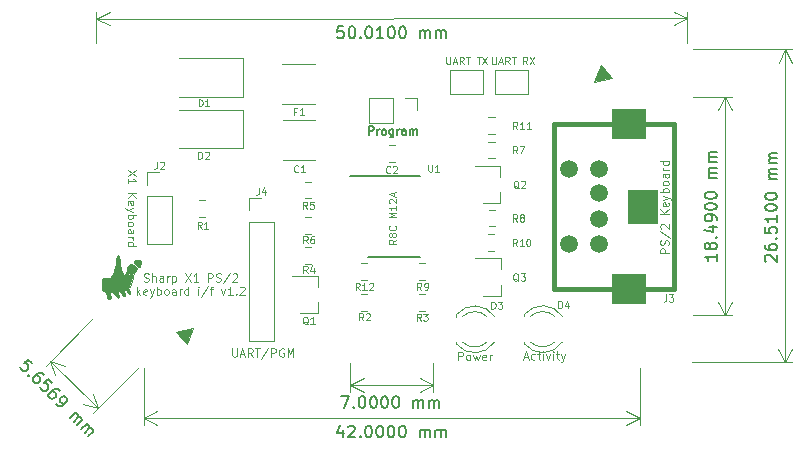
<source format=gbr>
G04 #@! TF.GenerationSoftware,KiCad,Pcbnew,(6.0.1-0)*
G04 #@! TF.CreationDate,2022-03-09T23:32:45+00:00*
G04 #@! TF.ProjectId,x1key,78316b65-792e-46b6-9963-61645f706362,1.2*
G04 #@! TF.SameCoordinates,Original*
G04 #@! TF.FileFunction,Legend,Top*
G04 #@! TF.FilePolarity,Positive*
%FSLAX46Y46*%
G04 Gerber Fmt 4.6, Leading zero omitted, Abs format (unit mm)*
G04 Created by KiCad (PCBNEW (6.0.1-0)) date 2022-03-09 23:32:45*
%MOMM*%
%LPD*%
G01*
G04 APERTURE LIST*
%ADD10C,0.100000*%
%ADD11C,0.120000*%
%ADD12C,0.150000*%
%ADD13C,0.010000*%
%ADD14C,0.381000*%
%ADD15C,1.500000*%
%ADD16R,3.000000X2.500000*%
%ADD17R,2.500000X3.000000*%
G04 APERTURE END LIST*
D10*
X93630000Y-82420000D02*
X92170000Y-82740000D01*
X92170000Y-82740000D02*
X92720000Y-81350000D01*
X92720000Y-81350000D02*
X93630000Y-82420000D01*
G36*
X93630000Y-82420000D02*
G01*
X92170000Y-82740000D01*
X92720000Y-81350000D01*
X93630000Y-82420000D01*
G37*
X93630000Y-82420000D02*
X92170000Y-82740000D01*
X92720000Y-81350000D01*
X93630000Y-82420000D01*
X56730000Y-103880000D02*
X58190000Y-103560000D01*
X58190000Y-103560000D02*
X57640000Y-104950000D01*
X57640000Y-104950000D02*
X56730000Y-103880000D01*
G36*
X57640000Y-104950000D02*
G01*
X56730000Y-103880000D01*
X58190000Y-103560000D01*
X57640000Y-104950000D01*
G37*
X57640000Y-104950000D02*
X56730000Y-103880000D01*
X58190000Y-103560000D01*
X57640000Y-104950000D01*
D11*
X54030000Y-99609833D02*
X54130000Y-99643166D01*
X54296666Y-99643166D01*
X54363333Y-99609833D01*
X54396666Y-99576500D01*
X54430000Y-99509833D01*
X54430000Y-99443166D01*
X54396666Y-99376500D01*
X54363333Y-99343166D01*
X54296666Y-99309833D01*
X54163333Y-99276500D01*
X54096666Y-99243166D01*
X54063333Y-99209833D01*
X54030000Y-99143166D01*
X54030000Y-99076500D01*
X54063333Y-99009833D01*
X54096666Y-98976500D01*
X54163333Y-98943166D01*
X54330000Y-98943166D01*
X54430000Y-98976500D01*
X54730000Y-99643166D02*
X54730000Y-98943166D01*
X55030000Y-99643166D02*
X55030000Y-99276500D01*
X54996666Y-99209833D01*
X54930000Y-99176500D01*
X54830000Y-99176500D01*
X54763333Y-99209833D01*
X54730000Y-99243166D01*
X55663333Y-99643166D02*
X55663333Y-99276500D01*
X55630000Y-99209833D01*
X55563333Y-99176500D01*
X55430000Y-99176500D01*
X55363333Y-99209833D01*
X55663333Y-99609833D02*
X55596666Y-99643166D01*
X55430000Y-99643166D01*
X55363333Y-99609833D01*
X55330000Y-99543166D01*
X55330000Y-99476500D01*
X55363333Y-99409833D01*
X55430000Y-99376500D01*
X55596666Y-99376500D01*
X55663333Y-99343166D01*
X55996666Y-99643166D02*
X55996666Y-99176500D01*
X55996666Y-99309833D02*
X56030000Y-99243166D01*
X56063333Y-99209833D01*
X56130000Y-99176500D01*
X56196666Y-99176500D01*
X56430000Y-99176500D02*
X56430000Y-99876500D01*
X56430000Y-99209833D02*
X56496666Y-99176500D01*
X56630000Y-99176500D01*
X56696666Y-99209833D01*
X56730000Y-99243166D01*
X56763333Y-99309833D01*
X56763333Y-99509833D01*
X56730000Y-99576500D01*
X56696666Y-99609833D01*
X56630000Y-99643166D01*
X56496666Y-99643166D01*
X56430000Y-99609833D01*
X57530000Y-98943166D02*
X57996666Y-99643166D01*
X57996666Y-98943166D02*
X57530000Y-99643166D01*
X58630000Y-99643166D02*
X58230000Y-99643166D01*
X58430000Y-99643166D02*
X58430000Y-98943166D01*
X58363333Y-99043166D01*
X58296666Y-99109833D01*
X58230000Y-99143166D01*
X59463333Y-99643166D02*
X59463333Y-98943166D01*
X59730000Y-98943166D01*
X59796666Y-98976500D01*
X59830000Y-99009833D01*
X59863333Y-99076500D01*
X59863333Y-99176500D01*
X59830000Y-99243166D01*
X59796666Y-99276500D01*
X59730000Y-99309833D01*
X59463333Y-99309833D01*
X60130000Y-99609833D02*
X60230000Y-99643166D01*
X60396666Y-99643166D01*
X60463333Y-99609833D01*
X60496666Y-99576500D01*
X60530000Y-99509833D01*
X60530000Y-99443166D01*
X60496666Y-99376500D01*
X60463333Y-99343166D01*
X60396666Y-99309833D01*
X60263333Y-99276500D01*
X60196666Y-99243166D01*
X60163333Y-99209833D01*
X60130000Y-99143166D01*
X60130000Y-99076500D01*
X60163333Y-99009833D01*
X60196666Y-98976500D01*
X60263333Y-98943166D01*
X60430000Y-98943166D01*
X60530000Y-98976500D01*
X61330000Y-98909833D02*
X60730000Y-99809833D01*
X61530000Y-99009833D02*
X61563333Y-98976500D01*
X61630000Y-98943166D01*
X61796666Y-98943166D01*
X61863333Y-98976500D01*
X61896666Y-99009833D01*
X61930000Y-99076500D01*
X61930000Y-99143166D01*
X61896666Y-99243166D01*
X61496666Y-99643166D01*
X61930000Y-99643166D01*
X53446666Y-100770166D02*
X53446666Y-100070166D01*
X53513333Y-100503500D02*
X53713333Y-100770166D01*
X53713333Y-100303500D02*
X53446666Y-100570166D01*
X54280000Y-100736833D02*
X54213333Y-100770166D01*
X54080000Y-100770166D01*
X54013333Y-100736833D01*
X53980000Y-100670166D01*
X53980000Y-100403500D01*
X54013333Y-100336833D01*
X54080000Y-100303500D01*
X54213333Y-100303500D01*
X54280000Y-100336833D01*
X54313333Y-100403500D01*
X54313333Y-100470166D01*
X53980000Y-100536833D01*
X54546666Y-100303500D02*
X54713333Y-100770166D01*
X54880000Y-100303500D02*
X54713333Y-100770166D01*
X54646666Y-100936833D01*
X54613333Y-100970166D01*
X54546666Y-101003500D01*
X55146666Y-100770166D02*
X55146666Y-100070166D01*
X55146666Y-100336833D02*
X55213333Y-100303500D01*
X55346666Y-100303500D01*
X55413333Y-100336833D01*
X55446666Y-100370166D01*
X55480000Y-100436833D01*
X55480000Y-100636833D01*
X55446666Y-100703500D01*
X55413333Y-100736833D01*
X55346666Y-100770166D01*
X55213333Y-100770166D01*
X55146666Y-100736833D01*
X55880000Y-100770166D02*
X55813333Y-100736833D01*
X55780000Y-100703500D01*
X55746666Y-100636833D01*
X55746666Y-100436833D01*
X55780000Y-100370166D01*
X55813333Y-100336833D01*
X55880000Y-100303500D01*
X55980000Y-100303500D01*
X56046666Y-100336833D01*
X56080000Y-100370166D01*
X56113333Y-100436833D01*
X56113333Y-100636833D01*
X56080000Y-100703500D01*
X56046666Y-100736833D01*
X55980000Y-100770166D01*
X55880000Y-100770166D01*
X56713333Y-100770166D02*
X56713333Y-100403500D01*
X56680000Y-100336833D01*
X56613333Y-100303500D01*
X56480000Y-100303500D01*
X56413333Y-100336833D01*
X56713333Y-100736833D02*
X56646666Y-100770166D01*
X56480000Y-100770166D01*
X56413333Y-100736833D01*
X56380000Y-100670166D01*
X56380000Y-100603500D01*
X56413333Y-100536833D01*
X56480000Y-100503500D01*
X56646666Y-100503500D01*
X56713333Y-100470166D01*
X57046666Y-100770166D02*
X57046666Y-100303500D01*
X57046666Y-100436833D02*
X57080000Y-100370166D01*
X57113333Y-100336833D01*
X57180000Y-100303500D01*
X57246666Y-100303500D01*
X57780000Y-100770166D02*
X57780000Y-100070166D01*
X57780000Y-100736833D02*
X57713333Y-100770166D01*
X57580000Y-100770166D01*
X57513333Y-100736833D01*
X57480000Y-100703500D01*
X57446666Y-100636833D01*
X57446666Y-100436833D01*
X57480000Y-100370166D01*
X57513333Y-100336833D01*
X57580000Y-100303500D01*
X57713333Y-100303500D01*
X57780000Y-100336833D01*
X58646666Y-100770166D02*
X58646666Y-100303500D01*
X58646666Y-100070166D02*
X58613333Y-100103500D01*
X58646666Y-100136833D01*
X58680000Y-100103500D01*
X58646666Y-100070166D01*
X58646666Y-100136833D01*
X59480000Y-100036833D02*
X58880000Y-100936833D01*
X59613333Y-100303500D02*
X59880000Y-100303500D01*
X59713333Y-100770166D02*
X59713333Y-100170166D01*
X59746666Y-100103500D01*
X59813333Y-100070166D01*
X59880000Y-100070166D01*
X60580000Y-100303500D02*
X60746666Y-100770166D01*
X60913333Y-100303500D01*
X61546666Y-100770166D02*
X61146666Y-100770166D01*
X61346666Y-100770166D02*
X61346666Y-100070166D01*
X61280000Y-100170166D01*
X61213333Y-100236833D01*
X61146666Y-100270166D01*
X61846666Y-100703500D02*
X61880000Y-100736833D01*
X61846666Y-100770166D01*
X61813333Y-100736833D01*
X61846666Y-100703500D01*
X61846666Y-100770166D01*
X62146666Y-100136833D02*
X62180000Y-100103500D01*
X62246666Y-100070166D01*
X62413333Y-100070166D01*
X62480000Y-100103500D01*
X62513333Y-100136833D01*
X62546666Y-100203500D01*
X62546666Y-100270166D01*
X62513333Y-100370166D01*
X62113333Y-100770166D01*
X62546666Y-100770166D01*
D10*
X80646666Y-106296666D02*
X80646666Y-105596666D01*
X80913333Y-105596666D01*
X80980000Y-105630000D01*
X81013333Y-105663333D01*
X81046666Y-105730000D01*
X81046666Y-105830000D01*
X81013333Y-105896666D01*
X80980000Y-105930000D01*
X80913333Y-105963333D01*
X80646666Y-105963333D01*
X81446666Y-106296666D02*
X81380000Y-106263333D01*
X81346666Y-106230000D01*
X81313333Y-106163333D01*
X81313333Y-105963333D01*
X81346666Y-105896666D01*
X81380000Y-105863333D01*
X81446666Y-105830000D01*
X81546666Y-105830000D01*
X81613333Y-105863333D01*
X81646666Y-105896666D01*
X81680000Y-105963333D01*
X81680000Y-106163333D01*
X81646666Y-106230000D01*
X81613333Y-106263333D01*
X81546666Y-106296666D01*
X81446666Y-106296666D01*
X81913333Y-105830000D02*
X82046666Y-106296666D01*
X82180000Y-105963333D01*
X82313333Y-106296666D01*
X82446666Y-105830000D01*
X82980000Y-106263333D02*
X82913333Y-106296666D01*
X82780000Y-106296666D01*
X82713333Y-106263333D01*
X82680000Y-106196666D01*
X82680000Y-105930000D01*
X82713333Y-105863333D01*
X82780000Y-105830000D01*
X82913333Y-105830000D01*
X82980000Y-105863333D01*
X83013333Y-105930000D01*
X83013333Y-105996666D01*
X82680000Y-106063333D01*
X83313333Y-106296666D02*
X83313333Y-105830000D01*
X83313333Y-105963333D02*
X83346666Y-105896666D01*
X83380000Y-105863333D01*
X83446666Y-105830000D01*
X83513333Y-105830000D01*
X86206666Y-106046666D02*
X86540000Y-106046666D01*
X86140000Y-106246666D02*
X86373333Y-105546666D01*
X86606666Y-106246666D01*
X87140000Y-106213333D02*
X87073333Y-106246666D01*
X86940000Y-106246666D01*
X86873333Y-106213333D01*
X86840000Y-106180000D01*
X86806666Y-106113333D01*
X86806666Y-105913333D01*
X86840000Y-105846666D01*
X86873333Y-105813333D01*
X86940000Y-105780000D01*
X87073333Y-105780000D01*
X87140000Y-105813333D01*
X87340000Y-105780000D02*
X87606666Y-105780000D01*
X87440000Y-105546666D02*
X87440000Y-106146666D01*
X87473333Y-106213333D01*
X87540000Y-106246666D01*
X87606666Y-106246666D01*
X87840000Y-106246666D02*
X87840000Y-105780000D01*
X87840000Y-105546666D02*
X87806666Y-105580000D01*
X87840000Y-105613333D01*
X87873333Y-105580000D01*
X87840000Y-105546666D01*
X87840000Y-105613333D01*
X88106666Y-105780000D02*
X88273333Y-106246666D01*
X88440000Y-105780000D01*
X88706666Y-106246666D02*
X88706666Y-105780000D01*
X88706666Y-105546666D02*
X88673333Y-105580000D01*
X88706666Y-105613333D01*
X88740000Y-105580000D01*
X88706666Y-105546666D01*
X88706666Y-105613333D01*
X88940000Y-105780000D02*
X89206666Y-105780000D01*
X89040000Y-105546666D02*
X89040000Y-106146666D01*
X89073333Y-106213333D01*
X89140000Y-106246666D01*
X89206666Y-106246666D01*
X89373333Y-105780000D02*
X89540000Y-106246666D01*
X89706666Y-105780000D02*
X89540000Y-106246666D01*
X89473333Y-106413333D01*
X89440000Y-106446666D01*
X89373333Y-106480000D01*
D12*
X70857142Y-112175714D02*
X70857142Y-112842380D01*
X70619047Y-111794761D02*
X70380952Y-112509047D01*
X71000000Y-112509047D01*
X71333333Y-111937619D02*
X71380952Y-111890000D01*
X71476190Y-111842380D01*
X71714285Y-111842380D01*
X71809523Y-111890000D01*
X71857142Y-111937619D01*
X71904761Y-112032857D01*
X71904761Y-112128095D01*
X71857142Y-112270952D01*
X71285714Y-112842380D01*
X71904761Y-112842380D01*
X72333333Y-112747142D02*
X72380952Y-112794761D01*
X72333333Y-112842380D01*
X72285714Y-112794761D01*
X72333333Y-112747142D01*
X72333333Y-112842380D01*
X73000000Y-111842380D02*
X73095238Y-111842380D01*
X73190476Y-111890000D01*
X73238095Y-111937619D01*
X73285714Y-112032857D01*
X73333333Y-112223333D01*
X73333333Y-112461428D01*
X73285714Y-112651904D01*
X73238095Y-112747142D01*
X73190476Y-112794761D01*
X73095238Y-112842380D01*
X73000000Y-112842380D01*
X72904761Y-112794761D01*
X72857142Y-112747142D01*
X72809523Y-112651904D01*
X72761904Y-112461428D01*
X72761904Y-112223333D01*
X72809523Y-112032857D01*
X72857142Y-111937619D01*
X72904761Y-111890000D01*
X73000000Y-111842380D01*
X73952380Y-111842380D02*
X74047619Y-111842380D01*
X74142857Y-111890000D01*
X74190476Y-111937619D01*
X74238095Y-112032857D01*
X74285714Y-112223333D01*
X74285714Y-112461428D01*
X74238095Y-112651904D01*
X74190476Y-112747142D01*
X74142857Y-112794761D01*
X74047619Y-112842380D01*
X73952380Y-112842380D01*
X73857142Y-112794761D01*
X73809523Y-112747142D01*
X73761904Y-112651904D01*
X73714285Y-112461428D01*
X73714285Y-112223333D01*
X73761904Y-112032857D01*
X73809523Y-111937619D01*
X73857142Y-111890000D01*
X73952380Y-111842380D01*
X74904761Y-111842380D02*
X75000000Y-111842380D01*
X75095238Y-111890000D01*
X75142857Y-111937619D01*
X75190476Y-112032857D01*
X75238095Y-112223333D01*
X75238095Y-112461428D01*
X75190476Y-112651904D01*
X75142857Y-112747142D01*
X75095238Y-112794761D01*
X75000000Y-112842380D01*
X74904761Y-112842380D01*
X74809523Y-112794761D01*
X74761904Y-112747142D01*
X74714285Y-112651904D01*
X74666666Y-112461428D01*
X74666666Y-112223333D01*
X74714285Y-112032857D01*
X74761904Y-111937619D01*
X74809523Y-111890000D01*
X74904761Y-111842380D01*
X75857142Y-111842380D02*
X75952380Y-111842380D01*
X76047619Y-111890000D01*
X76095238Y-111937619D01*
X76142857Y-112032857D01*
X76190476Y-112223333D01*
X76190476Y-112461428D01*
X76142857Y-112651904D01*
X76095238Y-112747142D01*
X76047619Y-112794761D01*
X75952380Y-112842380D01*
X75857142Y-112842380D01*
X75761904Y-112794761D01*
X75714285Y-112747142D01*
X75666666Y-112651904D01*
X75619047Y-112461428D01*
X75619047Y-112223333D01*
X75666666Y-112032857D01*
X75714285Y-111937619D01*
X75761904Y-111890000D01*
X75857142Y-111842380D01*
X77380952Y-112842380D02*
X77380952Y-112175714D01*
X77380952Y-112270952D02*
X77428571Y-112223333D01*
X77523809Y-112175714D01*
X77666666Y-112175714D01*
X77761904Y-112223333D01*
X77809523Y-112318571D01*
X77809523Y-112842380D01*
X77809523Y-112318571D02*
X77857142Y-112223333D01*
X77952380Y-112175714D01*
X78095238Y-112175714D01*
X78190476Y-112223333D01*
X78238095Y-112318571D01*
X78238095Y-112842380D01*
X78714285Y-112842380D02*
X78714285Y-112175714D01*
X78714285Y-112270952D02*
X78761904Y-112223333D01*
X78857142Y-112175714D01*
X79000000Y-112175714D01*
X79095238Y-112223333D01*
X79142857Y-112318571D01*
X79142857Y-112842380D01*
X79142857Y-112318571D02*
X79190476Y-112223333D01*
X79285714Y-112175714D01*
X79428571Y-112175714D01*
X79523809Y-112223333D01*
X79571428Y-112318571D01*
X79571428Y-112842380D01*
D11*
X54000000Y-107000000D02*
X54000000Y-111816420D01*
X96000000Y-107000000D02*
X96000000Y-111816420D01*
X54000000Y-111230000D02*
X96000000Y-111230000D01*
X54000000Y-111230000D02*
X96000000Y-111230000D01*
X54000000Y-111230000D02*
X55126504Y-111816421D01*
X54000000Y-111230000D02*
X55126504Y-110643579D01*
X96000000Y-111230000D02*
X94873496Y-110643579D01*
X96000000Y-111230000D02*
X94873496Y-111816421D01*
D12*
X44568172Y-106583721D02*
X44231454Y-106247004D01*
X43861065Y-106550049D01*
X43928408Y-106550049D01*
X44029424Y-106583721D01*
X44197782Y-106752080D01*
X44231454Y-106853095D01*
X44231454Y-106920439D01*
X44197782Y-107021454D01*
X44029424Y-107189813D01*
X43928408Y-107223485D01*
X43861065Y-107223485D01*
X43760049Y-107189813D01*
X43591691Y-107021454D01*
X43558019Y-106920439D01*
X43558019Y-106853095D01*
X44265126Y-107560202D02*
X44265126Y-107627546D01*
X44197782Y-107627546D01*
X44197782Y-107560202D01*
X44265126Y-107560202D01*
X44197782Y-107627546D01*
X45544652Y-107560202D02*
X45409965Y-107425515D01*
X45308950Y-107391843D01*
X45241607Y-107391843D01*
X45073248Y-107425515D01*
X44904889Y-107526530D01*
X44635515Y-107795904D01*
X44601843Y-107896920D01*
X44601843Y-107964263D01*
X44635515Y-108065278D01*
X44770202Y-108199965D01*
X44871217Y-108233637D01*
X44938561Y-108233637D01*
X45039576Y-108199965D01*
X45207935Y-108031607D01*
X45241607Y-107930591D01*
X45241607Y-107863248D01*
X45207935Y-107762233D01*
X45073248Y-107627546D01*
X44972233Y-107593874D01*
X44904889Y-107593874D01*
X44803874Y-107627546D01*
X46251759Y-108267309D02*
X45915042Y-107930591D01*
X45544652Y-108233637D01*
X45611996Y-108233637D01*
X45713011Y-108267309D01*
X45881370Y-108435668D01*
X45915042Y-108536683D01*
X45915042Y-108604026D01*
X45881370Y-108705042D01*
X45713011Y-108873400D01*
X45611996Y-108907072D01*
X45544652Y-108907072D01*
X45443637Y-108873400D01*
X45275278Y-108705042D01*
X45241607Y-108604026D01*
X45241607Y-108536683D01*
X46891522Y-108907072D02*
X46756835Y-108772385D01*
X46655820Y-108738713D01*
X46588477Y-108738713D01*
X46420118Y-108772385D01*
X46251759Y-108873400D01*
X45982385Y-109142774D01*
X45948713Y-109243790D01*
X45948713Y-109311133D01*
X45982385Y-109412148D01*
X46117072Y-109546835D01*
X46218087Y-109580507D01*
X46285431Y-109580507D01*
X46386446Y-109546835D01*
X46554805Y-109378477D01*
X46588477Y-109277461D01*
X46588477Y-109210118D01*
X46554805Y-109109103D01*
X46420118Y-108974416D01*
X46319103Y-108940744D01*
X46251759Y-108940744D01*
X46150744Y-108974416D01*
X46588477Y-110018240D02*
X46723164Y-110152927D01*
X46824179Y-110186599D01*
X46891522Y-110186599D01*
X47059881Y-110152927D01*
X47228240Y-110051912D01*
X47497614Y-109782538D01*
X47531286Y-109681522D01*
X47531286Y-109614179D01*
X47497614Y-109513164D01*
X47362927Y-109378477D01*
X47261912Y-109344805D01*
X47194568Y-109344805D01*
X47093553Y-109378477D01*
X46925194Y-109546835D01*
X46891522Y-109647851D01*
X46891522Y-109715194D01*
X46925194Y-109816209D01*
X47059881Y-109950896D01*
X47160896Y-109984568D01*
X47228240Y-109984568D01*
X47329255Y-109950896D01*
X47766988Y-111196751D02*
X48238392Y-110725347D01*
X48171049Y-110792690D02*
X48238392Y-110792690D01*
X48339408Y-110826362D01*
X48440423Y-110927377D01*
X48474095Y-111028392D01*
X48440423Y-111129408D01*
X48070034Y-111499797D01*
X48440423Y-111129408D02*
X48541438Y-111095736D01*
X48642453Y-111129408D01*
X48743469Y-111230423D01*
X48777140Y-111331438D01*
X48743469Y-111432453D01*
X48373079Y-111802843D01*
X48709797Y-112139560D02*
X49181201Y-111668156D01*
X49113858Y-111735499D02*
X49181201Y-111735499D01*
X49282217Y-111769171D01*
X49383232Y-111870186D01*
X49416904Y-111971201D01*
X49383232Y-112072217D01*
X49012843Y-112442606D01*
X49383232Y-112072217D02*
X49484247Y-112038545D01*
X49585263Y-112072217D01*
X49686278Y-112173232D01*
X49719950Y-112274247D01*
X49686278Y-112375263D01*
X49315888Y-112745652D01*
D11*
X49646447Y-102853553D02*
X45700339Y-106799661D01*
X53646447Y-106853553D02*
X49700339Y-110799661D01*
X46115000Y-106385000D02*
X50115000Y-110385000D01*
X46115000Y-106385000D02*
X50115000Y-110385000D01*
X46115000Y-106385000D02*
X46496896Y-107596221D01*
X46115000Y-106385000D02*
X47326221Y-106766896D01*
X50115000Y-110385000D02*
X49733104Y-109173779D01*
X50115000Y-110385000D02*
X48903779Y-110003104D01*
D12*
X102522380Y-97292619D02*
X102522380Y-97864047D01*
X102522380Y-97578333D02*
X101522380Y-97578333D01*
X101665238Y-97673571D01*
X101760476Y-97768809D01*
X101808095Y-97864047D01*
X101950952Y-96721190D02*
X101903333Y-96816428D01*
X101855714Y-96864047D01*
X101760476Y-96911666D01*
X101712857Y-96911666D01*
X101617619Y-96864047D01*
X101570000Y-96816428D01*
X101522380Y-96721190D01*
X101522380Y-96530714D01*
X101570000Y-96435476D01*
X101617619Y-96387857D01*
X101712857Y-96340238D01*
X101760476Y-96340238D01*
X101855714Y-96387857D01*
X101903333Y-96435476D01*
X101950952Y-96530714D01*
X101950952Y-96721190D01*
X101998571Y-96816428D01*
X102046190Y-96864047D01*
X102141428Y-96911666D01*
X102331904Y-96911666D01*
X102427142Y-96864047D01*
X102474761Y-96816428D01*
X102522380Y-96721190D01*
X102522380Y-96530714D01*
X102474761Y-96435476D01*
X102427142Y-96387857D01*
X102331904Y-96340238D01*
X102141428Y-96340238D01*
X102046190Y-96387857D01*
X101998571Y-96435476D01*
X101950952Y-96530714D01*
X102427142Y-95911666D02*
X102474761Y-95864047D01*
X102522380Y-95911666D01*
X102474761Y-95959285D01*
X102427142Y-95911666D01*
X102522380Y-95911666D01*
X101855714Y-95006904D02*
X102522380Y-95006904D01*
X101474761Y-95245000D02*
X102189047Y-95483095D01*
X102189047Y-94864047D01*
X102522380Y-94435476D02*
X102522380Y-94245000D01*
X102474761Y-94149761D01*
X102427142Y-94102142D01*
X102284285Y-94006904D01*
X102093809Y-93959285D01*
X101712857Y-93959285D01*
X101617619Y-94006904D01*
X101570000Y-94054523D01*
X101522380Y-94149761D01*
X101522380Y-94340238D01*
X101570000Y-94435476D01*
X101617619Y-94483095D01*
X101712857Y-94530714D01*
X101950952Y-94530714D01*
X102046190Y-94483095D01*
X102093809Y-94435476D01*
X102141428Y-94340238D01*
X102141428Y-94149761D01*
X102093809Y-94054523D01*
X102046190Y-94006904D01*
X101950952Y-93959285D01*
X101522380Y-93340238D02*
X101522380Y-93245000D01*
X101570000Y-93149761D01*
X101617619Y-93102142D01*
X101712857Y-93054523D01*
X101903333Y-93006904D01*
X102141428Y-93006904D01*
X102331904Y-93054523D01*
X102427142Y-93102142D01*
X102474761Y-93149761D01*
X102522380Y-93245000D01*
X102522380Y-93340238D01*
X102474761Y-93435476D01*
X102427142Y-93483095D01*
X102331904Y-93530714D01*
X102141428Y-93578333D01*
X101903333Y-93578333D01*
X101712857Y-93530714D01*
X101617619Y-93483095D01*
X101570000Y-93435476D01*
X101522380Y-93340238D01*
X101522380Y-92387857D02*
X101522380Y-92292619D01*
X101570000Y-92197380D01*
X101617619Y-92149761D01*
X101712857Y-92102142D01*
X101903333Y-92054523D01*
X102141428Y-92054523D01*
X102331904Y-92102142D01*
X102427142Y-92149761D01*
X102474761Y-92197380D01*
X102522380Y-92292619D01*
X102522380Y-92387857D01*
X102474761Y-92483095D01*
X102427142Y-92530714D01*
X102331904Y-92578333D01*
X102141428Y-92625952D01*
X101903333Y-92625952D01*
X101712857Y-92578333D01*
X101617619Y-92530714D01*
X101570000Y-92483095D01*
X101522380Y-92387857D01*
X102522380Y-90864047D02*
X101855714Y-90864047D01*
X101950952Y-90864047D02*
X101903333Y-90816428D01*
X101855714Y-90721190D01*
X101855714Y-90578333D01*
X101903333Y-90483095D01*
X101998571Y-90435476D01*
X102522380Y-90435476D01*
X101998571Y-90435476D02*
X101903333Y-90387857D01*
X101855714Y-90292619D01*
X101855714Y-90149761D01*
X101903333Y-90054523D01*
X101998571Y-90006904D01*
X102522380Y-90006904D01*
X102522380Y-89530714D02*
X101855714Y-89530714D01*
X101950952Y-89530714D02*
X101903333Y-89483095D01*
X101855714Y-89387857D01*
X101855714Y-89245000D01*
X101903333Y-89149761D01*
X101998571Y-89102142D01*
X102522380Y-89102142D01*
X101998571Y-89102142D02*
X101903333Y-89054523D01*
X101855714Y-88959285D01*
X101855714Y-88816428D01*
X101903333Y-88721190D01*
X101998571Y-88673571D01*
X102522380Y-88673571D01*
D11*
X100500000Y-84000000D02*
X103806420Y-84000000D01*
X100500000Y-102490000D02*
X103806420Y-102490000D01*
X103220000Y-84000000D02*
X103220000Y-102490000D01*
X103220000Y-84000000D02*
X103220000Y-102490000D01*
X103220000Y-84000000D02*
X102633579Y-85126504D01*
X103220000Y-84000000D02*
X103806421Y-85126504D01*
X103220000Y-102490000D02*
X103806421Y-101363496D01*
X103220000Y-102490000D02*
X102633579Y-101363496D01*
D12*
X70739523Y-109352380D02*
X71406190Y-109352380D01*
X70977619Y-110352380D01*
X71787142Y-110257142D02*
X71834761Y-110304761D01*
X71787142Y-110352380D01*
X71739523Y-110304761D01*
X71787142Y-110257142D01*
X71787142Y-110352380D01*
X72453809Y-109352380D02*
X72549047Y-109352380D01*
X72644285Y-109400000D01*
X72691904Y-109447619D01*
X72739523Y-109542857D01*
X72787142Y-109733333D01*
X72787142Y-109971428D01*
X72739523Y-110161904D01*
X72691904Y-110257142D01*
X72644285Y-110304761D01*
X72549047Y-110352380D01*
X72453809Y-110352380D01*
X72358571Y-110304761D01*
X72310952Y-110257142D01*
X72263333Y-110161904D01*
X72215714Y-109971428D01*
X72215714Y-109733333D01*
X72263333Y-109542857D01*
X72310952Y-109447619D01*
X72358571Y-109400000D01*
X72453809Y-109352380D01*
X73406190Y-109352380D02*
X73501428Y-109352380D01*
X73596666Y-109400000D01*
X73644285Y-109447619D01*
X73691904Y-109542857D01*
X73739523Y-109733333D01*
X73739523Y-109971428D01*
X73691904Y-110161904D01*
X73644285Y-110257142D01*
X73596666Y-110304761D01*
X73501428Y-110352380D01*
X73406190Y-110352380D01*
X73310952Y-110304761D01*
X73263333Y-110257142D01*
X73215714Y-110161904D01*
X73168095Y-109971428D01*
X73168095Y-109733333D01*
X73215714Y-109542857D01*
X73263333Y-109447619D01*
X73310952Y-109400000D01*
X73406190Y-109352380D01*
X74358571Y-109352380D02*
X74453809Y-109352380D01*
X74549047Y-109400000D01*
X74596666Y-109447619D01*
X74644285Y-109542857D01*
X74691904Y-109733333D01*
X74691904Y-109971428D01*
X74644285Y-110161904D01*
X74596666Y-110257142D01*
X74549047Y-110304761D01*
X74453809Y-110352380D01*
X74358571Y-110352380D01*
X74263333Y-110304761D01*
X74215714Y-110257142D01*
X74168095Y-110161904D01*
X74120476Y-109971428D01*
X74120476Y-109733333D01*
X74168095Y-109542857D01*
X74215714Y-109447619D01*
X74263333Y-109400000D01*
X74358571Y-109352380D01*
X75310952Y-109352380D02*
X75406190Y-109352380D01*
X75501428Y-109400000D01*
X75549047Y-109447619D01*
X75596666Y-109542857D01*
X75644285Y-109733333D01*
X75644285Y-109971428D01*
X75596666Y-110161904D01*
X75549047Y-110257142D01*
X75501428Y-110304761D01*
X75406190Y-110352380D01*
X75310952Y-110352380D01*
X75215714Y-110304761D01*
X75168095Y-110257142D01*
X75120476Y-110161904D01*
X75072857Y-109971428D01*
X75072857Y-109733333D01*
X75120476Y-109542857D01*
X75168095Y-109447619D01*
X75215714Y-109400000D01*
X75310952Y-109352380D01*
X76834761Y-110352380D02*
X76834761Y-109685714D01*
X76834761Y-109780952D02*
X76882380Y-109733333D01*
X76977619Y-109685714D01*
X77120476Y-109685714D01*
X77215714Y-109733333D01*
X77263333Y-109828571D01*
X77263333Y-110352380D01*
X77263333Y-109828571D02*
X77310952Y-109733333D01*
X77406190Y-109685714D01*
X77549047Y-109685714D01*
X77644285Y-109733333D01*
X77691904Y-109828571D01*
X77691904Y-110352380D01*
X78168095Y-110352380D02*
X78168095Y-109685714D01*
X78168095Y-109780952D02*
X78215714Y-109733333D01*
X78310952Y-109685714D01*
X78453809Y-109685714D01*
X78549047Y-109733333D01*
X78596666Y-109828571D01*
X78596666Y-110352380D01*
X78596666Y-109828571D02*
X78644285Y-109733333D01*
X78739523Y-109685714D01*
X78882380Y-109685714D01*
X78977619Y-109733333D01*
X79025238Y-109828571D01*
X79025238Y-110352380D01*
D11*
X78500000Y-106520000D02*
X78500000Y-109026420D01*
X71500000Y-106520000D02*
X71500000Y-109026420D01*
X78500000Y-108440000D02*
X71500000Y-108440000D01*
X78500000Y-108440000D02*
X71500000Y-108440000D01*
X78500000Y-108440000D02*
X77373496Y-107853579D01*
X78500000Y-108440000D02*
X77373496Y-109026421D01*
X71500000Y-108440000D02*
X72626504Y-109026421D01*
X71500000Y-108440000D02*
X72626504Y-107853579D01*
D12*
X106698907Y-97948186D02*
X106651378Y-97900477D01*
X106603939Y-97805149D01*
X106604388Y-97567054D01*
X106652187Y-97471906D01*
X106699895Y-97424377D01*
X106795223Y-97376938D01*
X106890461Y-97377117D01*
X107033228Y-97425006D01*
X107603578Y-97997511D01*
X107604746Y-97378465D01*
X106606364Y-96519437D02*
X106606005Y-96709913D01*
X106653444Y-96805241D01*
X106700973Y-96852950D01*
X106843650Y-96948457D01*
X107034036Y-96996435D01*
X107414988Y-96997154D01*
X107510316Y-96949714D01*
X107558025Y-96902185D01*
X107605823Y-96807037D01*
X107606183Y-96616561D01*
X107558743Y-96521233D01*
X107511214Y-96473525D01*
X107416066Y-96425726D01*
X107177971Y-96425277D01*
X107082643Y-96472716D01*
X107034935Y-96520245D01*
X106987136Y-96615394D01*
X106986777Y-96805869D01*
X107034216Y-96901197D01*
X107081745Y-96948906D01*
X107176893Y-96996705D01*
X107512112Y-95997335D02*
X107559821Y-95949806D01*
X107607350Y-95997515D01*
X107559641Y-96045044D01*
X107512112Y-95997335D01*
X107607350Y-95997515D01*
X106609148Y-95043249D02*
X106608250Y-95519439D01*
X107084350Y-95567956D01*
X107036821Y-95520247D01*
X106989381Y-95424920D01*
X106989830Y-95186825D01*
X107037629Y-95091677D01*
X107085338Y-95044147D01*
X107180666Y-94996708D01*
X107418760Y-94997157D01*
X107513908Y-95044956D01*
X107561438Y-95092665D01*
X107608877Y-95187992D01*
X107608428Y-95426087D01*
X107560629Y-95521235D01*
X107512921Y-95568764D01*
X107611032Y-94045137D02*
X107609955Y-94616565D01*
X107610494Y-94330851D02*
X106610495Y-94328965D01*
X106753173Y-94424472D01*
X106848231Y-94519890D01*
X106895670Y-94615218D01*
X106612202Y-93424205D02*
X106612381Y-93328967D01*
X106660180Y-93233819D01*
X106707889Y-93186289D01*
X106803217Y-93138850D01*
X106993782Y-93091590D01*
X107231877Y-93092039D01*
X107422263Y-93140018D01*
X107517411Y-93187816D01*
X107564940Y-93235525D01*
X107612380Y-93330853D01*
X107612200Y-93426091D01*
X107564401Y-93521239D01*
X107516693Y-93568768D01*
X107421365Y-93616207D01*
X107230799Y-93663467D01*
X106992704Y-93663018D01*
X106802318Y-93615040D01*
X106707170Y-93567241D01*
X106659641Y-93519532D01*
X106612202Y-93424205D01*
X106613998Y-92471825D02*
X106614178Y-92376587D01*
X106661976Y-92281439D01*
X106709685Y-92233910D01*
X106805013Y-92186471D01*
X106995578Y-92139211D01*
X107233673Y-92139660D01*
X107424059Y-92187638D01*
X107519207Y-92235437D01*
X107566737Y-92283146D01*
X107614176Y-92378473D01*
X107613996Y-92473711D01*
X107566198Y-92568860D01*
X107518489Y-92616389D01*
X107423161Y-92663828D01*
X107232596Y-92711088D01*
X106994501Y-92710639D01*
X106804115Y-92662660D01*
X106708967Y-92614862D01*
X106661437Y-92567153D01*
X106613998Y-92471825D01*
X107616870Y-90949905D02*
X106950205Y-90948647D01*
X107045443Y-90948827D02*
X106997914Y-90901118D01*
X106950474Y-90805790D01*
X106950744Y-90662933D01*
X106998542Y-90567785D01*
X107093870Y-90520346D01*
X107617679Y-90521334D01*
X107093870Y-90520346D02*
X106998722Y-90472547D01*
X106951283Y-90377220D01*
X106951552Y-90234363D01*
X106999351Y-90139215D01*
X107094678Y-90091775D01*
X107618487Y-90092763D01*
X107619385Y-89616574D02*
X106952720Y-89615316D01*
X107047958Y-89615496D02*
X107000428Y-89567787D01*
X106952989Y-89472459D01*
X106953258Y-89329602D01*
X107001057Y-89234454D01*
X107096385Y-89187015D01*
X107620193Y-89188003D01*
X107096385Y-89187015D02*
X107001237Y-89139216D01*
X106953797Y-89043889D01*
X106954067Y-88901032D01*
X107001865Y-88805884D01*
X107097193Y-88758444D01*
X107621002Y-88759432D01*
D11*
X100519999Y-79970943D02*
X108935432Y-79986815D01*
X100469999Y-106480943D02*
X108885432Y-106496815D01*
X108349013Y-79985709D02*
X108299013Y-106495709D01*
X108349013Y-79985709D02*
X108299013Y-106495709D01*
X108349013Y-79985709D02*
X107760469Y-81111105D01*
X108349013Y-79985709D02*
X108933308Y-81113317D01*
X108299013Y-106495709D02*
X108887557Y-105370313D01*
X108299013Y-106495709D02*
X107714718Y-105368101D01*
D12*
X70924652Y-78033199D02*
X70448462Y-78033295D01*
X70400938Y-78509495D01*
X70448547Y-78461866D01*
X70543776Y-78414228D01*
X70781871Y-78414180D01*
X70877119Y-78461780D01*
X70924747Y-78509390D01*
X70972385Y-78604618D01*
X70972433Y-78842714D01*
X70924833Y-78937961D01*
X70877223Y-78985590D01*
X70781995Y-79033228D01*
X70543900Y-79033276D01*
X70448652Y-78985675D01*
X70401023Y-78938066D01*
X71591319Y-78033066D02*
X71686557Y-78033047D01*
X71781804Y-78080647D01*
X71829433Y-78128257D01*
X71877071Y-78223485D01*
X71924728Y-78413952D01*
X71924776Y-78652047D01*
X71877195Y-78842533D01*
X71829595Y-78937780D01*
X71781985Y-78985409D01*
X71686757Y-79033047D01*
X71591519Y-79033066D01*
X71496271Y-78985466D01*
X71448642Y-78937856D01*
X71401004Y-78842628D01*
X71353347Y-78652161D01*
X71353300Y-78414066D01*
X71400881Y-78223580D01*
X71448481Y-78128333D01*
X71496090Y-78080704D01*
X71591319Y-78033066D01*
X72353404Y-78937676D02*
X72401033Y-78985285D01*
X72353423Y-79032914D01*
X72305795Y-78985304D01*
X72353404Y-78937676D01*
X72353423Y-79032914D01*
X73019890Y-78032780D02*
X73115128Y-78032761D01*
X73210376Y-78080361D01*
X73258004Y-78127971D01*
X73305642Y-78223199D01*
X73353300Y-78413666D01*
X73353347Y-78651761D01*
X73305766Y-78842247D01*
X73258166Y-78937495D01*
X73210557Y-78985123D01*
X73115328Y-79032761D01*
X73020090Y-79032780D01*
X72924842Y-78985180D01*
X72877214Y-78937571D01*
X72829576Y-78842342D01*
X72781919Y-78651876D01*
X72781871Y-78413780D01*
X72829452Y-78223295D01*
X72877052Y-78128047D01*
X72924661Y-78080418D01*
X73019890Y-78032780D01*
X74305804Y-79032523D02*
X73734376Y-79032638D01*
X74020090Y-79032580D02*
X74019890Y-78032580D01*
X73924680Y-78175457D01*
X73829461Y-78270714D01*
X73734233Y-78318352D01*
X74924652Y-78032400D02*
X75019890Y-78032380D01*
X75115138Y-78079980D01*
X75162766Y-78127590D01*
X75210404Y-78222819D01*
X75258061Y-78413285D01*
X75258109Y-78651380D01*
X75210528Y-78841866D01*
X75162928Y-78937114D01*
X75115319Y-78984742D01*
X75020090Y-79032380D01*
X74924852Y-79032399D01*
X74829604Y-78984799D01*
X74781976Y-78937190D01*
X74734338Y-78841961D01*
X74686680Y-78651495D01*
X74686633Y-78413399D01*
X74734214Y-78222914D01*
X74781814Y-78127666D01*
X74829423Y-78080038D01*
X74924652Y-78032400D01*
X75877033Y-78032209D02*
X75972271Y-78032190D01*
X76067519Y-78079790D01*
X76115147Y-78127400D01*
X76162785Y-78222628D01*
X76210442Y-78413095D01*
X76210490Y-78651190D01*
X76162909Y-78841676D01*
X76115309Y-78936923D01*
X76067699Y-78984552D01*
X75972471Y-79032190D01*
X75877233Y-79032209D01*
X75781985Y-78984609D01*
X75734357Y-78937000D01*
X75686719Y-78841771D01*
X75639061Y-78651304D01*
X75639014Y-78413209D01*
X75686595Y-78222723D01*
X75734195Y-78127476D01*
X75781804Y-78079847D01*
X75877033Y-78032209D01*
X77401042Y-79031904D02*
X77400909Y-78365238D01*
X77400928Y-78460476D02*
X77448538Y-78412847D01*
X77543766Y-78365209D01*
X77686623Y-78365181D01*
X77781871Y-78412781D01*
X77829509Y-78508009D01*
X77829614Y-79031819D01*
X77829509Y-78508009D02*
X77877109Y-78412762D01*
X77972338Y-78365123D01*
X78115195Y-78365095D01*
X78210442Y-78412695D01*
X78258080Y-78507923D01*
X78258185Y-79031733D01*
X78734376Y-79031638D02*
X78734242Y-78364971D01*
X78734261Y-78460209D02*
X78781871Y-78412581D01*
X78877099Y-78364943D01*
X79019957Y-78364914D01*
X79115204Y-78412514D01*
X79162842Y-78507743D01*
X79162947Y-79031552D01*
X79162842Y-78507743D02*
X79210442Y-78412495D01*
X79305671Y-78364857D01*
X79448528Y-78364828D01*
X79543776Y-78412428D01*
X79591414Y-78507657D01*
X79591518Y-79031466D01*
D11*
X50009900Y-79480000D02*
X50009363Y-76793397D01*
X100019900Y-79470000D02*
X100019363Y-76783397D01*
X50009480Y-77379817D02*
X100019480Y-77369817D01*
X50009480Y-77379817D02*
X100019480Y-77369817D01*
X50009480Y-77379817D02*
X51136101Y-77966012D01*
X50009480Y-77379817D02*
X51135866Y-76793171D01*
X100019480Y-77369817D02*
X98892859Y-76783622D01*
X100019480Y-77369817D02*
X98893094Y-77956463D01*
D10*
X66920000Y-85257142D02*
X66720000Y-85257142D01*
X66720000Y-85571428D02*
X66720000Y-84971428D01*
X67005714Y-84971428D01*
X67548571Y-85571428D02*
X67205714Y-85571428D01*
X67377142Y-85571428D02*
X67377142Y-84971428D01*
X67320000Y-85057142D01*
X67262857Y-85114285D01*
X67205714Y-85142857D01*
X98250000Y-100741428D02*
X98250000Y-101170000D01*
X98221428Y-101255714D01*
X98164285Y-101312857D01*
X98078571Y-101341428D01*
X98021428Y-101341428D01*
X98478571Y-100741428D02*
X98850000Y-100741428D01*
X98650000Y-100970000D01*
X98735714Y-100970000D01*
X98792857Y-100998571D01*
X98821428Y-101027142D01*
X98850000Y-101084285D01*
X98850000Y-101227142D01*
X98821428Y-101284285D01*
X98792857Y-101312857D01*
X98735714Y-101341428D01*
X98564285Y-101341428D01*
X98507142Y-101312857D01*
X98478571Y-101284285D01*
X98446666Y-97233333D02*
X97746666Y-97233333D01*
X97746666Y-96966666D01*
X97780000Y-96900000D01*
X97813333Y-96866666D01*
X97880000Y-96833333D01*
X97980000Y-96833333D01*
X98046666Y-96866666D01*
X98080000Y-96900000D01*
X98113333Y-96966666D01*
X98113333Y-97233333D01*
X98413333Y-96566666D02*
X98446666Y-96466666D01*
X98446666Y-96300000D01*
X98413333Y-96233333D01*
X98380000Y-96200000D01*
X98313333Y-96166666D01*
X98246666Y-96166666D01*
X98180000Y-96200000D01*
X98146666Y-96233333D01*
X98113333Y-96300000D01*
X98080000Y-96433333D01*
X98046666Y-96500000D01*
X98013333Y-96533333D01*
X97946666Y-96566666D01*
X97880000Y-96566666D01*
X97813333Y-96533333D01*
X97780000Y-96500000D01*
X97746666Y-96433333D01*
X97746666Y-96266666D01*
X97780000Y-96166666D01*
X97713333Y-95366666D02*
X98613333Y-95966666D01*
X97813333Y-95166666D02*
X97780000Y-95133333D01*
X97746666Y-95066666D01*
X97746666Y-94900000D01*
X97780000Y-94833333D01*
X97813333Y-94800000D01*
X97880000Y-94766666D01*
X97946666Y-94766666D01*
X98046666Y-94800000D01*
X98446666Y-95200000D01*
X98446666Y-94766666D01*
X98446666Y-93933333D02*
X97746666Y-93933333D01*
X98446666Y-93533333D02*
X98046666Y-93833333D01*
X97746666Y-93533333D02*
X98146666Y-93933333D01*
X98413333Y-92966666D02*
X98446666Y-93033333D01*
X98446666Y-93166666D01*
X98413333Y-93233333D01*
X98346666Y-93266666D01*
X98080000Y-93266666D01*
X98013333Y-93233333D01*
X97980000Y-93166666D01*
X97980000Y-93033333D01*
X98013333Y-92966666D01*
X98080000Y-92933333D01*
X98146666Y-92933333D01*
X98213333Y-93266666D01*
X97980000Y-92700000D02*
X98446666Y-92533333D01*
X97980000Y-92366666D02*
X98446666Y-92533333D01*
X98613333Y-92600000D01*
X98646666Y-92633333D01*
X98680000Y-92700000D01*
X98446666Y-92100000D02*
X97746666Y-92100000D01*
X98013333Y-92100000D02*
X97980000Y-92033333D01*
X97980000Y-91900000D01*
X98013333Y-91833333D01*
X98046666Y-91800000D01*
X98113333Y-91766666D01*
X98313333Y-91766666D01*
X98380000Y-91800000D01*
X98413333Y-91833333D01*
X98446666Y-91900000D01*
X98446666Y-92033333D01*
X98413333Y-92100000D01*
X98446666Y-91366666D02*
X98413333Y-91433333D01*
X98380000Y-91466666D01*
X98313333Y-91500000D01*
X98113333Y-91500000D01*
X98046666Y-91466666D01*
X98013333Y-91433333D01*
X97980000Y-91366666D01*
X97980000Y-91266666D01*
X98013333Y-91200000D01*
X98046666Y-91166666D01*
X98113333Y-91133333D01*
X98313333Y-91133333D01*
X98380000Y-91166666D01*
X98413333Y-91200000D01*
X98446666Y-91266666D01*
X98446666Y-91366666D01*
X98446666Y-90533333D02*
X98080000Y-90533333D01*
X98013333Y-90566666D01*
X97980000Y-90633333D01*
X97980000Y-90766666D01*
X98013333Y-90833333D01*
X98413333Y-90533333D02*
X98446666Y-90600000D01*
X98446666Y-90766666D01*
X98413333Y-90833333D01*
X98346666Y-90866666D01*
X98280000Y-90866666D01*
X98213333Y-90833333D01*
X98180000Y-90766666D01*
X98180000Y-90600000D01*
X98146666Y-90533333D01*
X98446666Y-90200000D02*
X97980000Y-90200000D01*
X98113333Y-90200000D02*
X98046666Y-90166666D01*
X98013333Y-90133333D01*
X97980000Y-90066666D01*
X97980000Y-90000000D01*
X98446666Y-89466666D02*
X97746666Y-89466666D01*
X98413333Y-89466666D02*
X98446666Y-89533333D01*
X98446666Y-89666666D01*
X98413333Y-89733333D01*
X98380000Y-89766666D01*
X98313333Y-89800000D01*
X98113333Y-89800000D01*
X98046666Y-89766666D01*
X98013333Y-89733333D01*
X97980000Y-89666666D01*
X97980000Y-89533333D01*
X98013333Y-89466666D01*
X61506666Y-105306666D02*
X61506666Y-105873333D01*
X61540000Y-105940000D01*
X61573333Y-105973333D01*
X61640000Y-106006666D01*
X61773333Y-106006666D01*
X61840000Y-105973333D01*
X61873333Y-105940000D01*
X61906666Y-105873333D01*
X61906666Y-105306666D01*
X62206666Y-105806666D02*
X62540000Y-105806666D01*
X62140000Y-106006666D02*
X62373333Y-105306666D01*
X62606666Y-106006666D01*
X63240000Y-106006666D02*
X63006666Y-105673333D01*
X62840000Y-106006666D02*
X62840000Y-105306666D01*
X63106666Y-105306666D01*
X63173333Y-105340000D01*
X63206666Y-105373333D01*
X63240000Y-105440000D01*
X63240000Y-105540000D01*
X63206666Y-105606666D01*
X63173333Y-105640000D01*
X63106666Y-105673333D01*
X62840000Y-105673333D01*
X63440000Y-105306666D02*
X63840000Y-105306666D01*
X63640000Y-106006666D02*
X63640000Y-105306666D01*
X64573333Y-105273333D02*
X63973333Y-106173333D01*
X64806666Y-106006666D02*
X64806666Y-105306666D01*
X65073333Y-105306666D01*
X65140000Y-105340000D01*
X65173333Y-105373333D01*
X65206666Y-105440000D01*
X65206666Y-105540000D01*
X65173333Y-105606666D01*
X65140000Y-105640000D01*
X65073333Y-105673333D01*
X64806666Y-105673333D01*
X65873333Y-105340000D02*
X65806666Y-105306666D01*
X65706666Y-105306666D01*
X65606666Y-105340000D01*
X65540000Y-105406666D01*
X65506666Y-105473333D01*
X65473333Y-105606666D01*
X65473333Y-105706666D01*
X65506666Y-105840000D01*
X65540000Y-105906666D01*
X65606666Y-105973333D01*
X65706666Y-106006666D01*
X65773333Y-106006666D01*
X65873333Y-105973333D01*
X65906666Y-105940000D01*
X65906666Y-105706666D01*
X65773333Y-105706666D01*
X66206666Y-106006666D02*
X66206666Y-105306666D01*
X66440000Y-105806666D01*
X66673333Y-105306666D01*
X66673333Y-106006666D01*
X63770000Y-91691428D02*
X63770000Y-92120000D01*
X63741428Y-92205714D01*
X63684285Y-92262857D01*
X63598571Y-92291428D01*
X63541428Y-92291428D01*
X64312857Y-91891428D02*
X64312857Y-92291428D01*
X64170000Y-91662857D02*
X64027142Y-92091428D01*
X64398571Y-92091428D01*
X79630000Y-80631428D02*
X79630000Y-81117142D01*
X79658571Y-81174285D01*
X79687142Y-81202857D01*
X79744285Y-81231428D01*
X79858571Y-81231428D01*
X79915714Y-81202857D01*
X79944285Y-81174285D01*
X79972857Y-81117142D01*
X79972857Y-80631428D01*
X80230000Y-81060000D02*
X80515714Y-81060000D01*
X80172857Y-81231428D02*
X80372857Y-80631428D01*
X80572857Y-81231428D01*
X81115714Y-81231428D02*
X80915714Y-80945714D01*
X80772857Y-81231428D02*
X80772857Y-80631428D01*
X81001428Y-80631428D01*
X81058571Y-80660000D01*
X81087142Y-80688571D01*
X81115714Y-80745714D01*
X81115714Y-80831428D01*
X81087142Y-80888571D01*
X81058571Y-80917142D01*
X81001428Y-80945714D01*
X80772857Y-80945714D01*
X81287142Y-80631428D02*
X81630000Y-80631428D01*
X81458571Y-81231428D02*
X81458571Y-80631428D01*
X82201428Y-80631428D02*
X82544285Y-80631428D01*
X82372857Y-81231428D02*
X82372857Y-80631428D01*
X82687142Y-80631428D02*
X83087142Y-81231428D01*
X83087142Y-80631428D02*
X82687142Y-81231428D01*
X83498571Y-80641428D02*
X83498571Y-81127142D01*
X83527142Y-81184285D01*
X83555714Y-81212857D01*
X83612857Y-81241428D01*
X83727142Y-81241428D01*
X83784285Y-81212857D01*
X83812857Y-81184285D01*
X83841428Y-81127142D01*
X83841428Y-80641428D01*
X84098571Y-81070000D02*
X84384285Y-81070000D01*
X84041428Y-81241428D02*
X84241428Y-80641428D01*
X84441428Y-81241428D01*
X84984285Y-81241428D02*
X84784285Y-80955714D01*
X84641428Y-81241428D02*
X84641428Y-80641428D01*
X84870000Y-80641428D01*
X84927142Y-80670000D01*
X84955714Y-80698571D01*
X84984285Y-80755714D01*
X84984285Y-80841428D01*
X84955714Y-80898571D01*
X84927142Y-80927142D01*
X84870000Y-80955714D01*
X84641428Y-80955714D01*
X85155714Y-80641428D02*
X85498571Y-80641428D01*
X85327142Y-81241428D02*
X85327142Y-80641428D01*
X86498571Y-81241428D02*
X86298571Y-80955714D01*
X86155714Y-81241428D02*
X86155714Y-80641428D01*
X86384285Y-80641428D01*
X86441428Y-80670000D01*
X86470000Y-80698571D01*
X86498571Y-80755714D01*
X86498571Y-80841428D01*
X86470000Y-80898571D01*
X86441428Y-80927142D01*
X86384285Y-80955714D01*
X86155714Y-80955714D01*
X86698571Y-80641428D02*
X87098571Y-81241428D01*
X87098571Y-80641428D02*
X86698571Y-81241428D01*
X85752857Y-91758571D02*
X85695714Y-91730000D01*
X85638571Y-91672857D01*
X85552857Y-91587142D01*
X85495714Y-91558571D01*
X85438571Y-91558571D01*
X85467142Y-91701428D02*
X85410000Y-91672857D01*
X85352857Y-91615714D01*
X85324285Y-91501428D01*
X85324285Y-91301428D01*
X85352857Y-91187142D01*
X85410000Y-91130000D01*
X85467142Y-91101428D01*
X85581428Y-91101428D01*
X85638571Y-91130000D01*
X85695714Y-91187142D01*
X85724285Y-91301428D01*
X85724285Y-91501428D01*
X85695714Y-91615714D01*
X85638571Y-91672857D01*
X85581428Y-91701428D01*
X85467142Y-91701428D01*
X85952857Y-91158571D02*
X85981428Y-91130000D01*
X86038571Y-91101428D01*
X86181428Y-91101428D01*
X86238571Y-91130000D01*
X86267142Y-91158571D01*
X86295714Y-91215714D01*
X86295714Y-91272857D01*
X86267142Y-91358571D01*
X85924285Y-91701428D01*
X86295714Y-91701428D01*
X85742857Y-99618571D02*
X85685714Y-99590000D01*
X85628571Y-99532857D01*
X85542857Y-99447142D01*
X85485714Y-99418571D01*
X85428571Y-99418571D01*
X85457142Y-99561428D02*
X85400000Y-99532857D01*
X85342857Y-99475714D01*
X85314285Y-99361428D01*
X85314285Y-99161428D01*
X85342857Y-99047142D01*
X85400000Y-98990000D01*
X85457142Y-98961428D01*
X85571428Y-98961428D01*
X85628571Y-98990000D01*
X85685714Y-99047142D01*
X85714285Y-99161428D01*
X85714285Y-99361428D01*
X85685714Y-99475714D01*
X85628571Y-99532857D01*
X85571428Y-99561428D01*
X85457142Y-99561428D01*
X85914285Y-98961428D02*
X86285714Y-98961428D01*
X86085714Y-99190000D01*
X86171428Y-99190000D01*
X86228571Y-99218571D01*
X86257142Y-99247142D01*
X86285714Y-99304285D01*
X86285714Y-99447142D01*
X86257142Y-99504285D01*
X86228571Y-99532857D01*
X86171428Y-99561428D01*
X86000000Y-99561428D01*
X85942857Y-99532857D01*
X85914285Y-99504285D01*
X67932857Y-103268571D02*
X67875714Y-103240000D01*
X67818571Y-103182857D01*
X67732857Y-103097142D01*
X67675714Y-103068571D01*
X67618571Y-103068571D01*
X67647142Y-103211428D02*
X67590000Y-103182857D01*
X67532857Y-103125714D01*
X67504285Y-103011428D01*
X67504285Y-102811428D01*
X67532857Y-102697142D01*
X67590000Y-102640000D01*
X67647142Y-102611428D01*
X67761428Y-102611428D01*
X67818571Y-102640000D01*
X67875714Y-102697142D01*
X67904285Y-102811428D01*
X67904285Y-103011428D01*
X67875714Y-103125714D01*
X67818571Y-103182857D01*
X67761428Y-103211428D01*
X67647142Y-103211428D01*
X68475714Y-103211428D02*
X68132857Y-103211428D01*
X68304285Y-103211428D02*
X68304285Y-102611428D01*
X68247142Y-102697142D01*
X68190000Y-102754285D01*
X68132857Y-102782857D01*
X58920000Y-95161428D02*
X58720000Y-94875714D01*
X58577142Y-95161428D02*
X58577142Y-94561428D01*
X58805714Y-94561428D01*
X58862857Y-94590000D01*
X58891428Y-94618571D01*
X58920000Y-94675714D01*
X58920000Y-94761428D01*
X58891428Y-94818571D01*
X58862857Y-94847142D01*
X58805714Y-94875714D01*
X58577142Y-94875714D01*
X59491428Y-95161428D02*
X59148571Y-95161428D01*
X59320000Y-95161428D02*
X59320000Y-94561428D01*
X59262857Y-94647142D01*
X59205714Y-94704285D01*
X59148571Y-94732857D01*
X67870000Y-93491428D02*
X67670000Y-93205714D01*
X67527142Y-93491428D02*
X67527142Y-92891428D01*
X67755714Y-92891428D01*
X67812857Y-92920000D01*
X67841428Y-92948571D01*
X67870000Y-93005714D01*
X67870000Y-93091428D01*
X67841428Y-93148571D01*
X67812857Y-93177142D01*
X67755714Y-93205714D01*
X67527142Y-93205714D01*
X68412857Y-92891428D02*
X68127142Y-92891428D01*
X68098571Y-93177142D01*
X68127142Y-93148571D01*
X68184285Y-93120000D01*
X68327142Y-93120000D01*
X68384285Y-93148571D01*
X68412857Y-93177142D01*
X68441428Y-93234285D01*
X68441428Y-93377142D01*
X68412857Y-93434285D01*
X68384285Y-93462857D01*
X68327142Y-93491428D01*
X68184285Y-93491428D01*
X68127142Y-93462857D01*
X68098571Y-93434285D01*
X67880000Y-96401428D02*
X67680000Y-96115714D01*
X67537142Y-96401428D02*
X67537142Y-95801428D01*
X67765714Y-95801428D01*
X67822857Y-95830000D01*
X67851428Y-95858571D01*
X67880000Y-95915714D01*
X67880000Y-96001428D01*
X67851428Y-96058571D01*
X67822857Y-96087142D01*
X67765714Y-96115714D01*
X67537142Y-96115714D01*
X68394285Y-95801428D02*
X68280000Y-95801428D01*
X68222857Y-95830000D01*
X68194285Y-95858571D01*
X68137142Y-95944285D01*
X68108571Y-96058571D01*
X68108571Y-96287142D01*
X68137142Y-96344285D01*
X68165714Y-96372857D01*
X68222857Y-96401428D01*
X68337142Y-96401428D01*
X68394285Y-96372857D01*
X68422857Y-96344285D01*
X68451428Y-96287142D01*
X68451428Y-96144285D01*
X68422857Y-96087142D01*
X68394285Y-96058571D01*
X68337142Y-96030000D01*
X68222857Y-96030000D01*
X68165714Y-96058571D01*
X68137142Y-96087142D01*
X68108571Y-96144285D01*
X85650000Y-88791428D02*
X85450000Y-88505714D01*
X85307142Y-88791428D02*
X85307142Y-88191428D01*
X85535714Y-88191428D01*
X85592857Y-88220000D01*
X85621428Y-88248571D01*
X85650000Y-88305714D01*
X85650000Y-88391428D01*
X85621428Y-88448571D01*
X85592857Y-88477142D01*
X85535714Y-88505714D01*
X85307142Y-88505714D01*
X85850000Y-88191428D02*
X86250000Y-88191428D01*
X85992857Y-88791428D01*
X85650000Y-94561428D02*
X85450000Y-94275714D01*
X85307142Y-94561428D02*
X85307142Y-93961428D01*
X85535714Y-93961428D01*
X85592857Y-93990000D01*
X85621428Y-94018571D01*
X85650000Y-94075714D01*
X85650000Y-94161428D01*
X85621428Y-94218571D01*
X85592857Y-94247142D01*
X85535714Y-94275714D01*
X85307142Y-94275714D01*
X85992857Y-94218571D02*
X85935714Y-94190000D01*
X85907142Y-94161428D01*
X85878571Y-94104285D01*
X85878571Y-94075714D01*
X85907142Y-94018571D01*
X85935714Y-93990000D01*
X85992857Y-93961428D01*
X86107142Y-93961428D01*
X86164285Y-93990000D01*
X86192857Y-94018571D01*
X86221428Y-94075714D01*
X86221428Y-94104285D01*
X86192857Y-94161428D01*
X86164285Y-94190000D01*
X86107142Y-94218571D01*
X85992857Y-94218571D01*
X85935714Y-94247142D01*
X85907142Y-94275714D01*
X85878571Y-94332857D01*
X85878571Y-94447142D01*
X85907142Y-94504285D01*
X85935714Y-94532857D01*
X85992857Y-94561428D01*
X86107142Y-94561428D01*
X86164285Y-94532857D01*
X86192857Y-94504285D01*
X86221428Y-94447142D01*
X86221428Y-94332857D01*
X86192857Y-94275714D01*
X86164285Y-94247142D01*
X86107142Y-94218571D01*
X77530000Y-100371428D02*
X77330000Y-100085714D01*
X77187142Y-100371428D02*
X77187142Y-99771428D01*
X77415714Y-99771428D01*
X77472857Y-99800000D01*
X77501428Y-99828571D01*
X77530000Y-99885714D01*
X77530000Y-99971428D01*
X77501428Y-100028571D01*
X77472857Y-100057142D01*
X77415714Y-100085714D01*
X77187142Y-100085714D01*
X77815714Y-100371428D02*
X77930000Y-100371428D01*
X77987142Y-100342857D01*
X78015714Y-100314285D01*
X78072857Y-100228571D01*
X78101428Y-100114285D01*
X78101428Y-99885714D01*
X78072857Y-99828571D01*
X78044285Y-99800000D01*
X77987142Y-99771428D01*
X77872857Y-99771428D01*
X77815714Y-99800000D01*
X77787142Y-99828571D01*
X77758571Y-99885714D01*
X77758571Y-100028571D01*
X77787142Y-100085714D01*
X77815714Y-100114285D01*
X77872857Y-100142857D01*
X77987142Y-100142857D01*
X78044285Y-100114285D01*
X78072857Y-100085714D01*
X78101428Y-100028571D01*
X85614285Y-96631428D02*
X85414285Y-96345714D01*
X85271428Y-96631428D02*
X85271428Y-96031428D01*
X85500000Y-96031428D01*
X85557142Y-96060000D01*
X85585714Y-96088571D01*
X85614285Y-96145714D01*
X85614285Y-96231428D01*
X85585714Y-96288571D01*
X85557142Y-96317142D01*
X85500000Y-96345714D01*
X85271428Y-96345714D01*
X86185714Y-96631428D02*
X85842857Y-96631428D01*
X86014285Y-96631428D02*
X86014285Y-96031428D01*
X85957142Y-96117142D01*
X85900000Y-96174285D01*
X85842857Y-96202857D01*
X86557142Y-96031428D02*
X86614285Y-96031428D01*
X86671428Y-96060000D01*
X86700000Y-96088571D01*
X86728571Y-96145714D01*
X86757142Y-96260000D01*
X86757142Y-96402857D01*
X86728571Y-96517142D01*
X86700000Y-96574285D01*
X86671428Y-96602857D01*
X86614285Y-96631428D01*
X86557142Y-96631428D01*
X86500000Y-96602857D01*
X86471428Y-96574285D01*
X86442857Y-96517142D01*
X86414285Y-96402857D01*
X86414285Y-96260000D01*
X86442857Y-96145714D01*
X86471428Y-96088571D01*
X86500000Y-96060000D01*
X86557142Y-96031428D01*
X85634285Y-86741428D02*
X85434285Y-86455714D01*
X85291428Y-86741428D02*
X85291428Y-86141428D01*
X85520000Y-86141428D01*
X85577142Y-86170000D01*
X85605714Y-86198571D01*
X85634285Y-86255714D01*
X85634285Y-86341428D01*
X85605714Y-86398571D01*
X85577142Y-86427142D01*
X85520000Y-86455714D01*
X85291428Y-86455714D01*
X86205714Y-86741428D02*
X85862857Y-86741428D01*
X86034285Y-86741428D02*
X86034285Y-86141428D01*
X85977142Y-86227142D01*
X85920000Y-86284285D01*
X85862857Y-86312857D01*
X86777142Y-86741428D02*
X86434285Y-86741428D01*
X86605714Y-86741428D02*
X86605714Y-86141428D01*
X86548571Y-86227142D01*
X86491428Y-86284285D01*
X86434285Y-86312857D01*
X72304285Y-100371428D02*
X72104285Y-100085714D01*
X71961428Y-100371428D02*
X71961428Y-99771428D01*
X72190000Y-99771428D01*
X72247142Y-99800000D01*
X72275714Y-99828571D01*
X72304285Y-99885714D01*
X72304285Y-99971428D01*
X72275714Y-100028571D01*
X72247142Y-100057142D01*
X72190000Y-100085714D01*
X71961428Y-100085714D01*
X72875714Y-100371428D02*
X72532857Y-100371428D01*
X72704285Y-100371428D02*
X72704285Y-99771428D01*
X72647142Y-99857142D01*
X72590000Y-99914285D01*
X72532857Y-99942857D01*
X73104285Y-99828571D02*
X73132857Y-99800000D01*
X73190000Y-99771428D01*
X73332857Y-99771428D01*
X73390000Y-99800000D01*
X73418571Y-99828571D01*
X73447142Y-99885714D01*
X73447142Y-99942857D01*
X73418571Y-100028571D01*
X73075714Y-100371428D01*
X73447142Y-100371428D01*
X67880000Y-98911428D02*
X67680000Y-98625714D01*
X67537142Y-98911428D02*
X67537142Y-98311428D01*
X67765714Y-98311428D01*
X67822857Y-98340000D01*
X67851428Y-98368571D01*
X67880000Y-98425714D01*
X67880000Y-98511428D01*
X67851428Y-98568571D01*
X67822857Y-98597142D01*
X67765714Y-98625714D01*
X67537142Y-98625714D01*
X68394285Y-98511428D02*
X68394285Y-98911428D01*
X68251428Y-98282857D02*
X68108571Y-98711428D01*
X68480000Y-98711428D01*
X77490000Y-102961428D02*
X77290000Y-102675714D01*
X77147142Y-102961428D02*
X77147142Y-102361428D01*
X77375714Y-102361428D01*
X77432857Y-102390000D01*
X77461428Y-102418571D01*
X77490000Y-102475714D01*
X77490000Y-102561428D01*
X77461428Y-102618571D01*
X77432857Y-102647142D01*
X77375714Y-102675714D01*
X77147142Y-102675714D01*
X77690000Y-102361428D02*
X78061428Y-102361428D01*
X77861428Y-102590000D01*
X77947142Y-102590000D01*
X78004285Y-102618571D01*
X78032857Y-102647142D01*
X78061428Y-102704285D01*
X78061428Y-102847142D01*
X78032857Y-102904285D01*
X78004285Y-102932857D01*
X77947142Y-102961428D01*
X77775714Y-102961428D01*
X77718571Y-102932857D01*
X77690000Y-102904285D01*
X78102857Y-89741428D02*
X78102857Y-90227142D01*
X78131428Y-90284285D01*
X78160000Y-90312857D01*
X78217142Y-90341428D01*
X78331428Y-90341428D01*
X78388571Y-90312857D01*
X78417142Y-90284285D01*
X78445714Y-90227142D01*
X78445714Y-89741428D01*
X79045714Y-90341428D02*
X78702857Y-90341428D01*
X78874285Y-90341428D02*
X78874285Y-89741428D01*
X78817142Y-89827142D01*
X78760000Y-89884285D01*
X78702857Y-89912857D01*
X75381428Y-96100000D02*
X75095714Y-96300000D01*
X75381428Y-96442857D02*
X74781428Y-96442857D01*
X74781428Y-96214285D01*
X74810000Y-96157142D01*
X74838571Y-96128571D01*
X74895714Y-96100000D01*
X74981428Y-96100000D01*
X75038571Y-96128571D01*
X75067142Y-96157142D01*
X75095714Y-96214285D01*
X75095714Y-96442857D01*
X75038571Y-95757142D02*
X75010000Y-95814285D01*
X74981428Y-95842857D01*
X74924285Y-95871428D01*
X74895714Y-95871428D01*
X74838571Y-95842857D01*
X74810000Y-95814285D01*
X74781428Y-95757142D01*
X74781428Y-95642857D01*
X74810000Y-95585714D01*
X74838571Y-95557142D01*
X74895714Y-95528571D01*
X74924285Y-95528571D01*
X74981428Y-95557142D01*
X75010000Y-95585714D01*
X75038571Y-95642857D01*
X75038571Y-95757142D01*
X75067142Y-95814285D01*
X75095714Y-95842857D01*
X75152857Y-95871428D01*
X75267142Y-95871428D01*
X75324285Y-95842857D01*
X75352857Y-95814285D01*
X75381428Y-95757142D01*
X75381428Y-95642857D01*
X75352857Y-95585714D01*
X75324285Y-95557142D01*
X75267142Y-95528571D01*
X75152857Y-95528571D01*
X75095714Y-95557142D01*
X75067142Y-95585714D01*
X75038571Y-95642857D01*
X75324285Y-94928571D02*
X75352857Y-94957142D01*
X75381428Y-95042857D01*
X75381428Y-95100000D01*
X75352857Y-95185714D01*
X75295714Y-95242857D01*
X75238571Y-95271428D01*
X75124285Y-95300000D01*
X75038571Y-95300000D01*
X74924285Y-95271428D01*
X74867142Y-95242857D01*
X74810000Y-95185714D01*
X74781428Y-95100000D01*
X74781428Y-95042857D01*
X74810000Y-94957142D01*
X74838571Y-94928571D01*
X75381428Y-94214285D02*
X74781428Y-94214285D01*
X75210000Y-94014285D01*
X74781428Y-93814285D01*
X75381428Y-93814285D01*
X75381428Y-93214285D02*
X75381428Y-93557142D01*
X75381428Y-93385714D02*
X74781428Y-93385714D01*
X74867142Y-93442857D01*
X74924285Y-93500000D01*
X74952857Y-93557142D01*
X74838571Y-92985714D02*
X74810000Y-92957142D01*
X74781428Y-92900000D01*
X74781428Y-92757142D01*
X74810000Y-92700000D01*
X74838571Y-92671428D01*
X74895714Y-92642857D01*
X74952857Y-92642857D01*
X75038571Y-92671428D01*
X75381428Y-93014285D01*
X75381428Y-92642857D01*
X75210000Y-92414285D02*
X75210000Y-92128571D01*
X75381428Y-92471428D02*
X74781428Y-92271428D01*
X75381428Y-92071428D01*
X67100000Y-90344285D02*
X67071428Y-90372857D01*
X66985714Y-90401428D01*
X66928571Y-90401428D01*
X66842857Y-90372857D01*
X66785714Y-90315714D01*
X66757142Y-90258571D01*
X66728571Y-90144285D01*
X66728571Y-90058571D01*
X66757142Y-89944285D01*
X66785714Y-89887142D01*
X66842857Y-89830000D01*
X66928571Y-89801428D01*
X66985714Y-89801428D01*
X67071428Y-89830000D01*
X67100000Y-89858571D01*
X67671428Y-90401428D02*
X67328571Y-90401428D01*
X67500000Y-90401428D02*
X67500000Y-89801428D01*
X67442857Y-89887142D01*
X67385714Y-89944285D01*
X67328571Y-89972857D01*
X74900000Y-90414285D02*
X74871428Y-90442857D01*
X74785714Y-90471428D01*
X74728571Y-90471428D01*
X74642857Y-90442857D01*
X74585714Y-90385714D01*
X74557142Y-90328571D01*
X74528571Y-90214285D01*
X74528571Y-90128571D01*
X74557142Y-90014285D01*
X74585714Y-89957142D01*
X74642857Y-89900000D01*
X74728571Y-89871428D01*
X74785714Y-89871428D01*
X74871428Y-89900000D01*
X74900000Y-89928571D01*
X75128571Y-89928571D02*
X75157142Y-89900000D01*
X75214285Y-89871428D01*
X75357142Y-89871428D01*
X75414285Y-89900000D01*
X75442857Y-89928571D01*
X75471428Y-89985714D01*
X75471428Y-90042857D01*
X75442857Y-90128571D01*
X75100000Y-90471428D01*
X75471428Y-90471428D01*
D12*
X73076666Y-87206666D02*
X73076666Y-86506666D01*
X73343333Y-86506666D01*
X73410000Y-86540000D01*
X73443333Y-86573333D01*
X73476666Y-86640000D01*
X73476666Y-86740000D01*
X73443333Y-86806666D01*
X73410000Y-86840000D01*
X73343333Y-86873333D01*
X73076666Y-86873333D01*
X73776666Y-87206666D02*
X73776666Y-86740000D01*
X73776666Y-86873333D02*
X73810000Y-86806666D01*
X73843333Y-86773333D01*
X73910000Y-86740000D01*
X73976666Y-86740000D01*
X74310000Y-87206666D02*
X74243333Y-87173333D01*
X74210000Y-87140000D01*
X74176666Y-87073333D01*
X74176666Y-86873333D01*
X74210000Y-86806666D01*
X74243333Y-86773333D01*
X74310000Y-86740000D01*
X74410000Y-86740000D01*
X74476666Y-86773333D01*
X74510000Y-86806666D01*
X74543333Y-86873333D01*
X74543333Y-87073333D01*
X74510000Y-87140000D01*
X74476666Y-87173333D01*
X74410000Y-87206666D01*
X74310000Y-87206666D01*
X75143333Y-86740000D02*
X75143333Y-87306666D01*
X75110000Y-87373333D01*
X75076666Y-87406666D01*
X75010000Y-87440000D01*
X74910000Y-87440000D01*
X74843333Y-87406666D01*
X75143333Y-87173333D02*
X75076666Y-87206666D01*
X74943333Y-87206666D01*
X74876666Y-87173333D01*
X74843333Y-87140000D01*
X74810000Y-87073333D01*
X74810000Y-86873333D01*
X74843333Y-86806666D01*
X74876666Y-86773333D01*
X74943333Y-86740000D01*
X75076666Y-86740000D01*
X75143333Y-86773333D01*
X75476666Y-87206666D02*
X75476666Y-86740000D01*
X75476666Y-86873333D02*
X75510000Y-86806666D01*
X75543333Y-86773333D01*
X75610000Y-86740000D01*
X75676666Y-86740000D01*
X76210000Y-87206666D02*
X76210000Y-86840000D01*
X76176666Y-86773333D01*
X76110000Y-86740000D01*
X75976666Y-86740000D01*
X75910000Y-86773333D01*
X76210000Y-87173333D02*
X76143333Y-87206666D01*
X75976666Y-87206666D01*
X75910000Y-87173333D01*
X75876666Y-87106666D01*
X75876666Y-87040000D01*
X75910000Y-86973333D01*
X75976666Y-86940000D01*
X76143333Y-86940000D01*
X76210000Y-86906666D01*
X76543333Y-87206666D02*
X76543333Y-86740000D01*
X76543333Y-86806666D02*
X76576666Y-86773333D01*
X76643333Y-86740000D01*
X76743333Y-86740000D01*
X76810000Y-86773333D01*
X76843333Y-86840000D01*
X76843333Y-87206666D01*
X76843333Y-86840000D02*
X76876666Y-86773333D01*
X76943333Y-86740000D01*
X77043333Y-86740000D01*
X77110000Y-86773333D01*
X77143333Y-86840000D01*
X77143333Y-87206666D01*
D10*
X89117142Y-101901428D02*
X89117142Y-101301428D01*
X89260000Y-101301428D01*
X89345714Y-101330000D01*
X89402857Y-101387142D01*
X89431428Y-101444285D01*
X89460000Y-101558571D01*
X89460000Y-101644285D01*
X89431428Y-101758571D01*
X89402857Y-101815714D01*
X89345714Y-101872857D01*
X89260000Y-101901428D01*
X89117142Y-101901428D01*
X89974285Y-101501428D02*
X89974285Y-101901428D01*
X89831428Y-101272857D02*
X89688571Y-101701428D01*
X90060000Y-101701428D01*
X58657142Y-84811428D02*
X58657142Y-84211428D01*
X58800000Y-84211428D01*
X58885714Y-84240000D01*
X58942857Y-84297142D01*
X58971428Y-84354285D01*
X59000000Y-84468571D01*
X59000000Y-84554285D01*
X58971428Y-84668571D01*
X58942857Y-84725714D01*
X58885714Y-84782857D01*
X58800000Y-84811428D01*
X58657142Y-84811428D01*
X59571428Y-84811428D02*
X59228571Y-84811428D01*
X59400000Y-84811428D02*
X59400000Y-84211428D01*
X59342857Y-84297142D01*
X59285714Y-84354285D01*
X59228571Y-84382857D01*
X58627142Y-89251428D02*
X58627142Y-88651428D01*
X58770000Y-88651428D01*
X58855714Y-88680000D01*
X58912857Y-88737142D01*
X58941428Y-88794285D01*
X58970000Y-88908571D01*
X58970000Y-88994285D01*
X58941428Y-89108571D01*
X58912857Y-89165714D01*
X58855714Y-89222857D01*
X58770000Y-89251428D01*
X58627142Y-89251428D01*
X59198571Y-88708571D02*
X59227142Y-88680000D01*
X59284285Y-88651428D01*
X59427142Y-88651428D01*
X59484285Y-88680000D01*
X59512857Y-88708571D01*
X59541428Y-88765714D01*
X59541428Y-88822857D01*
X59512857Y-88908571D01*
X59170000Y-89251428D01*
X59541428Y-89251428D01*
X83457142Y-101941428D02*
X83457142Y-101341428D01*
X83600000Y-101341428D01*
X83685714Y-101370000D01*
X83742857Y-101427142D01*
X83771428Y-101484285D01*
X83800000Y-101598571D01*
X83800000Y-101684285D01*
X83771428Y-101798571D01*
X83742857Y-101855714D01*
X83685714Y-101912857D01*
X83600000Y-101941428D01*
X83457142Y-101941428D01*
X84000000Y-101341428D02*
X84371428Y-101341428D01*
X84171428Y-101570000D01*
X84257142Y-101570000D01*
X84314285Y-101598571D01*
X84342857Y-101627142D01*
X84371428Y-101684285D01*
X84371428Y-101827142D01*
X84342857Y-101884285D01*
X84314285Y-101912857D01*
X84257142Y-101941428D01*
X84085714Y-101941428D01*
X84028571Y-101912857D01*
X84000000Y-101884285D01*
X53343333Y-90226666D02*
X52643333Y-90693333D01*
X53343333Y-90693333D02*
X52643333Y-90226666D01*
X52643333Y-91326666D02*
X52643333Y-90926666D01*
X52643333Y-91126666D02*
X53343333Y-91126666D01*
X53243333Y-91060000D01*
X53176666Y-90993333D01*
X53143333Y-90926666D01*
X52643333Y-92160000D02*
X53343333Y-92160000D01*
X52643333Y-92560000D02*
X53043333Y-92260000D01*
X53343333Y-92560000D02*
X52943333Y-92160000D01*
X52676666Y-93126666D02*
X52643333Y-93060000D01*
X52643333Y-92926666D01*
X52676666Y-92860000D01*
X52743333Y-92826666D01*
X53010000Y-92826666D01*
X53076666Y-92860000D01*
X53110000Y-92926666D01*
X53110000Y-93060000D01*
X53076666Y-93126666D01*
X53010000Y-93160000D01*
X52943333Y-93160000D01*
X52876666Y-92826666D01*
X53110000Y-93393333D02*
X52643333Y-93560000D01*
X53110000Y-93726666D02*
X52643333Y-93560000D01*
X52476666Y-93493333D01*
X52443333Y-93460000D01*
X52410000Y-93393333D01*
X52643333Y-93993333D02*
X53343333Y-93993333D01*
X53076666Y-93993333D02*
X53110000Y-94060000D01*
X53110000Y-94193333D01*
X53076666Y-94260000D01*
X53043333Y-94293333D01*
X52976666Y-94326666D01*
X52776666Y-94326666D01*
X52710000Y-94293333D01*
X52676666Y-94260000D01*
X52643333Y-94193333D01*
X52643333Y-94060000D01*
X52676666Y-93993333D01*
X52643333Y-94726666D02*
X52676666Y-94660000D01*
X52710000Y-94626666D01*
X52776666Y-94593333D01*
X52976666Y-94593333D01*
X53043333Y-94626666D01*
X53076666Y-94660000D01*
X53110000Y-94726666D01*
X53110000Y-94826666D01*
X53076666Y-94893333D01*
X53043333Y-94926666D01*
X52976666Y-94960000D01*
X52776666Y-94960000D01*
X52710000Y-94926666D01*
X52676666Y-94893333D01*
X52643333Y-94826666D01*
X52643333Y-94726666D01*
X52643333Y-95560000D02*
X53010000Y-95560000D01*
X53076666Y-95526666D01*
X53110000Y-95460000D01*
X53110000Y-95326666D01*
X53076666Y-95260000D01*
X52676666Y-95560000D02*
X52643333Y-95493333D01*
X52643333Y-95326666D01*
X52676666Y-95260000D01*
X52743333Y-95226666D01*
X52810000Y-95226666D01*
X52876666Y-95260000D01*
X52910000Y-95326666D01*
X52910000Y-95493333D01*
X52943333Y-95560000D01*
X52643333Y-95893333D02*
X53110000Y-95893333D01*
X52976666Y-95893333D02*
X53043333Y-95926666D01*
X53076666Y-95960000D01*
X53110000Y-96026666D01*
X53110000Y-96093333D01*
X52643333Y-96626666D02*
X53343333Y-96626666D01*
X52676666Y-96626666D02*
X52643333Y-96560000D01*
X52643333Y-96426666D01*
X52676666Y-96360000D01*
X52710000Y-96326666D01*
X52776666Y-96293333D01*
X52976666Y-96293333D01*
X53043333Y-96326666D01*
X53076666Y-96360000D01*
X53110000Y-96426666D01*
X53110000Y-96560000D01*
X53076666Y-96626666D01*
X55150000Y-89501428D02*
X55150000Y-89930000D01*
X55121428Y-90015714D01*
X55064285Y-90072857D01*
X54978571Y-90101428D01*
X54921428Y-90101428D01*
X55407142Y-89558571D02*
X55435714Y-89530000D01*
X55492857Y-89501428D01*
X55635714Y-89501428D01*
X55692857Y-89530000D01*
X55721428Y-89558571D01*
X55750000Y-89615714D01*
X55750000Y-89672857D01*
X55721428Y-89758571D01*
X55378571Y-90101428D01*
X55750000Y-90101428D01*
X72600000Y-102941428D02*
X72400000Y-102655714D01*
X72257142Y-102941428D02*
X72257142Y-102341428D01*
X72485714Y-102341428D01*
X72542857Y-102370000D01*
X72571428Y-102398571D01*
X72600000Y-102455714D01*
X72600000Y-102541428D01*
X72571428Y-102598571D01*
X72542857Y-102627142D01*
X72485714Y-102655714D01*
X72257142Y-102655714D01*
X72828571Y-102398571D02*
X72857142Y-102370000D01*
X72914285Y-102341428D01*
X73057142Y-102341428D01*
X73114285Y-102370000D01*
X73142857Y-102398571D01*
X73171428Y-102455714D01*
X73171428Y-102512857D01*
X73142857Y-102598571D01*
X72800000Y-102941428D01*
X73171428Y-102941428D01*
D13*
X53794232Y-97889916D02*
X53777878Y-98023188D01*
X53777878Y-98023188D02*
X53771503Y-98033790D01*
X53771503Y-98033790D02*
X53721774Y-98213457D01*
X53721774Y-98213457D02*
X53724935Y-98295167D01*
X53724935Y-98295167D02*
X53701229Y-98416445D01*
X53701229Y-98416445D02*
X53590270Y-98420469D01*
X53590270Y-98420469D02*
X53421925Y-98312287D01*
X53421925Y-98312287D02*
X53336500Y-98229514D01*
X53336500Y-98229514D02*
X53183024Y-98036609D01*
X53183024Y-98036609D02*
X53172188Y-97917908D01*
X53172188Y-97917908D02*
X53309190Y-97848708D01*
X53309190Y-97848708D02*
X53421167Y-97827024D01*
X53421167Y-97827024D02*
X53669212Y-97820919D01*
X53669212Y-97820919D02*
X53794232Y-97889916D01*
X53794232Y-97889916D02*
X53794232Y-97889916D01*
G36*
X53794232Y-97889916D02*
G01*
X53777878Y-98023188D01*
X53771503Y-98033790D01*
X53721774Y-98213457D01*
X53724935Y-98295167D01*
X53701229Y-98416445D01*
X53590270Y-98420469D01*
X53421925Y-98312287D01*
X53336500Y-98229514D01*
X53183024Y-98036609D01*
X53172188Y-97917908D01*
X53309190Y-97848708D01*
X53421167Y-97827024D01*
X53669212Y-97820919D01*
X53794232Y-97889916D01*
G37*
X53794232Y-97889916D02*
X53777878Y-98023188D01*
X53771503Y-98033790D01*
X53721774Y-98213457D01*
X53724935Y-98295167D01*
X53701229Y-98416445D01*
X53590270Y-98420469D01*
X53421925Y-98312287D01*
X53336500Y-98229514D01*
X53183024Y-98036609D01*
X53172188Y-97917908D01*
X53309190Y-97848708D01*
X53421167Y-97827024D01*
X53669212Y-97820919D01*
X53794232Y-97889916D01*
X51933289Y-97592326D02*
X52010943Y-97780780D01*
X52010943Y-97780780D02*
X52006138Y-97915354D01*
X52006138Y-97915354D02*
X52000284Y-98053532D01*
X52000284Y-98053532D02*
X52032198Y-98284102D01*
X52032198Y-98284102D02*
X52089603Y-98556503D01*
X52089603Y-98556503D02*
X52160224Y-98820174D01*
X52160224Y-98820174D02*
X52231784Y-99024552D01*
X52231784Y-99024552D02*
X52292008Y-99119078D01*
X52292008Y-99119078D02*
X52298777Y-99120667D01*
X52298777Y-99120667D02*
X52427274Y-99050289D01*
X52427274Y-99050289D02*
X52548671Y-98887325D01*
X52548671Y-98887325D02*
X52603805Y-98739667D01*
X52603805Y-98739667D02*
X52976667Y-98739667D01*
X52976667Y-98739667D02*
X53019000Y-98782000D01*
X53019000Y-98782000D02*
X53061334Y-98739667D01*
X53061334Y-98739667D02*
X53019000Y-98697334D01*
X53019000Y-98697334D02*
X52976667Y-98739667D01*
X52976667Y-98739667D02*
X52603805Y-98739667D01*
X52603805Y-98739667D02*
X52617114Y-98704025D01*
X52617114Y-98704025D02*
X52615719Y-98621273D01*
X52615719Y-98621273D02*
X52625617Y-98528000D01*
X52625617Y-98528000D02*
X52807334Y-98528000D01*
X52807334Y-98528000D02*
X52836220Y-98610466D01*
X52836220Y-98610466D02*
X52844670Y-98612667D01*
X52844670Y-98612667D02*
X52916956Y-98553338D01*
X52916956Y-98553338D02*
X52934334Y-98528000D01*
X52934334Y-98528000D02*
X52929138Y-98467603D01*
X52929138Y-98467603D02*
X53159648Y-98467603D01*
X53159648Y-98467603D02*
X53180249Y-98514918D01*
X53180249Y-98514918D02*
X53265499Y-98605812D01*
X53265499Y-98605812D02*
X53314509Y-98587166D01*
X53314509Y-98587166D02*
X53315334Y-98575330D01*
X53315334Y-98575330D02*
X53255197Y-98503718D01*
X53255197Y-98503718D02*
X53217585Y-98477582D01*
X53217585Y-98477582D02*
X53159648Y-98467603D01*
X53159648Y-98467603D02*
X52929138Y-98467603D01*
X52929138Y-98467603D02*
X52927621Y-98449981D01*
X52927621Y-98449981D02*
X52896997Y-98443334D01*
X52896997Y-98443334D02*
X52810779Y-98504794D01*
X52810779Y-98504794D02*
X52807334Y-98528000D01*
X52807334Y-98528000D02*
X52625617Y-98528000D01*
X52625617Y-98528000D02*
X52635644Y-98433520D01*
X52635644Y-98433520D02*
X52754365Y-98261847D01*
X52754365Y-98261847D02*
X52921038Y-98161099D01*
X52921038Y-98161099D02*
X53040773Y-98162759D01*
X53040773Y-98162759D02*
X53300170Y-98308162D01*
X53300170Y-98308162D02*
X53415822Y-98494449D01*
X53415822Y-98494449D02*
X53378936Y-98695944D01*
X53378936Y-98695944D02*
X53267308Y-98824334D01*
X53267308Y-98824334D02*
X53197352Y-98953931D01*
X53197352Y-98953931D02*
X53135777Y-99185103D01*
X53135777Y-99185103D02*
X53115426Y-99311808D01*
X53115426Y-99311808D02*
X53050256Y-99612464D01*
X53050256Y-99612464D02*
X52945971Y-99880829D01*
X52945971Y-99880829D02*
X52824853Y-100070788D01*
X52824853Y-100070788D02*
X52716867Y-100136667D01*
X52716867Y-100136667D02*
X52705880Y-100199525D01*
X52705880Y-100199525D02*
X52771139Y-100353944D01*
X52771139Y-100353944D02*
X52788515Y-100385201D01*
X52788515Y-100385201D02*
X52856206Y-100556176D01*
X52856206Y-100556176D02*
X52863212Y-100688144D01*
X52863212Y-100688144D02*
X52820360Y-100740964D01*
X52820360Y-100740964D02*
X52738475Y-100674498D01*
X52738475Y-100674498D02*
X52718729Y-100643962D01*
X52718729Y-100643962D02*
X52580158Y-100422796D01*
X52580158Y-100422796D02*
X52493474Y-100323710D01*
X52493474Y-100323710D02*
X52427936Y-100320982D01*
X52427936Y-100320982D02*
X52380149Y-100360652D01*
X52380149Y-100360652D02*
X52330922Y-100465320D01*
X52330922Y-100465320D02*
X52376623Y-100513107D01*
X52376623Y-100513107D02*
X52447233Y-100620489D01*
X52447233Y-100620489D02*
X52466440Y-100770789D01*
X52466440Y-100770789D02*
X52430627Y-100882584D01*
X52430627Y-100882584D02*
X52393738Y-100898667D01*
X52393738Y-100898667D02*
X52298533Y-100834953D01*
X52298533Y-100834953D02*
X52180119Y-100687000D01*
X52180119Y-100687000D02*
X52047606Y-100542472D01*
X52047606Y-100542472D02*
X51915847Y-100475741D01*
X51915847Y-100475741D02*
X51828157Y-100494755D01*
X51828157Y-100494755D02*
X51827855Y-100607462D01*
X51827855Y-100607462D02*
X51834014Y-100623500D01*
X51834014Y-100623500D02*
X51902722Y-100877595D01*
X51902722Y-100877595D02*
X51858712Y-101021367D01*
X51858712Y-101021367D02*
X51824094Y-101040912D01*
X51824094Y-101040912D02*
X51730937Y-100995438D01*
X51730937Y-100995438D02*
X51632773Y-100839604D01*
X51632773Y-100839604D02*
X51626879Y-100825778D01*
X51626879Y-100825778D02*
X51518526Y-100660919D01*
X51518526Y-100660919D02*
X51377242Y-100551874D01*
X51377242Y-100551874D02*
X51244726Y-100512116D01*
X51244726Y-100512116D02*
X51162679Y-100555117D01*
X51162679Y-100555117D02*
X51166915Y-100677172D01*
X51166915Y-100677172D02*
X51226756Y-100940363D01*
X51226756Y-100940363D02*
X51193075Y-101085537D01*
X51193075Y-101085537D02*
X51104294Y-101132257D01*
X51104294Y-101132257D02*
X51003492Y-101103155D01*
X51003492Y-101103155D02*
X50937190Y-100945719D01*
X50937190Y-100945719D02*
X50913734Y-100823882D01*
X50913734Y-100823882D02*
X50854745Y-100592339D01*
X50854745Y-100592339D02*
X50755953Y-100484145D01*
X50755953Y-100484145D02*
X50669440Y-100460048D01*
X50669440Y-100460048D02*
X50546311Y-100414967D01*
X50546311Y-100414967D02*
X50482237Y-100293995D01*
X50482237Y-100293995D02*
X50452263Y-100058791D01*
X50452263Y-100058791D02*
X50446979Y-99775785D01*
X50446979Y-99775785D02*
X50466703Y-99531036D01*
X50466703Y-99531036D02*
X50476769Y-99480414D01*
X50476769Y-99480414D02*
X50507557Y-99402889D01*
X50507557Y-99402889D02*
X51819556Y-99402889D01*
X51819556Y-99402889D02*
X51831178Y-99453223D01*
X51831178Y-99453223D02*
X51876000Y-99459334D01*
X51876000Y-99459334D02*
X51945690Y-99428355D01*
X51945690Y-99428355D02*
X51932445Y-99402889D01*
X51932445Y-99402889D02*
X51831965Y-99392756D01*
X51831965Y-99392756D02*
X51819556Y-99402889D01*
X51819556Y-99402889D02*
X50507557Y-99402889D01*
X50507557Y-99402889D02*
X50528596Y-99349914D01*
X50528596Y-99349914D02*
X50630245Y-99306846D01*
X50630245Y-99306846D02*
X50837816Y-99328596D01*
X50837816Y-99328596D02*
X50848831Y-99330446D01*
X50848831Y-99330446D02*
X51120754Y-99343143D01*
X51120754Y-99343143D02*
X51169947Y-99318222D01*
X51169947Y-99318222D02*
X52073556Y-99318222D01*
X52073556Y-99318222D02*
X52085178Y-99368557D01*
X52085178Y-99368557D02*
X52130000Y-99374667D01*
X52130000Y-99374667D02*
X52199690Y-99343689D01*
X52199690Y-99343689D02*
X52186445Y-99318222D01*
X52186445Y-99318222D02*
X52085965Y-99308089D01*
X52085965Y-99308089D02*
X52073556Y-99318222D01*
X52073556Y-99318222D02*
X51169947Y-99318222D01*
X51169947Y-99318222D02*
X51235749Y-99284887D01*
X51235749Y-99284887D02*
X52445397Y-99284887D01*
X52445397Y-99284887D02*
X52553832Y-99252951D01*
X52553832Y-99252951D02*
X52734454Y-99127955D01*
X52734454Y-99127955D02*
X52854868Y-98996305D01*
X52854868Y-98996305D02*
X52870159Y-98901671D01*
X52870159Y-98901671D02*
X52868268Y-98899611D01*
X52868268Y-98899611D02*
X52773174Y-98910209D01*
X52773174Y-98910209D02*
X52619029Y-99018962D01*
X52619029Y-99018962D02*
X52573859Y-99061657D01*
X52573859Y-99061657D02*
X52445472Y-99218398D01*
X52445472Y-99218398D02*
X52445397Y-99284887D01*
X52445397Y-99284887D02*
X51235749Y-99284887D01*
X51235749Y-99284887D02*
X51257588Y-99273824D01*
X51257588Y-99273824D02*
X51342339Y-99120667D01*
X51342339Y-99120667D02*
X51706667Y-99120667D01*
X51706667Y-99120667D02*
X51771096Y-99202873D01*
X51771096Y-99202873D02*
X51791334Y-99205334D01*
X51791334Y-99205334D02*
X51873540Y-99140904D01*
X51873540Y-99140904D02*
X51876000Y-99120667D01*
X51876000Y-99120667D02*
X51811571Y-99038460D01*
X51811571Y-99038460D02*
X51791334Y-99036000D01*
X51791334Y-99036000D02*
X51709127Y-99100429D01*
X51709127Y-99100429D02*
X51706667Y-99120667D01*
X51706667Y-99120667D02*
X51342339Y-99120667D01*
X51342339Y-99120667D02*
X51353081Y-99101255D01*
X51353081Y-99101255D02*
X51378781Y-99036000D01*
X51378781Y-99036000D02*
X51537334Y-99036000D01*
X51537334Y-99036000D02*
X51568312Y-99105690D01*
X51568312Y-99105690D02*
X51593778Y-99092445D01*
X51593778Y-99092445D02*
X51603911Y-98991965D01*
X51603911Y-98991965D02*
X51593778Y-98979556D01*
X51593778Y-98979556D02*
X51543444Y-98991178D01*
X51543444Y-98991178D02*
X51537334Y-99036000D01*
X51537334Y-99036000D02*
X51378781Y-99036000D01*
X51378781Y-99036000D02*
X51428800Y-98909000D01*
X51428800Y-98909000D02*
X51791334Y-98909000D01*
X51791334Y-98909000D02*
X51833667Y-98951334D01*
X51833667Y-98951334D02*
X51876000Y-98909000D01*
X51876000Y-98909000D02*
X51833667Y-98866667D01*
X51833667Y-98866667D02*
X51791334Y-98909000D01*
X51791334Y-98909000D02*
X51428800Y-98909000D01*
X51428800Y-98909000D02*
X51458106Y-98834592D01*
X51458106Y-98834592D02*
X51461392Y-98824334D01*
X51461392Y-98824334D02*
X51960667Y-98824334D01*
X51960667Y-98824334D02*
X52003000Y-98866667D01*
X52003000Y-98866667D02*
X52045334Y-98824334D01*
X52045334Y-98824334D02*
X52003000Y-98782000D01*
X52003000Y-98782000D02*
X51960667Y-98824334D01*
X51960667Y-98824334D02*
X51461392Y-98824334D01*
X51461392Y-98824334D02*
X51502084Y-98697334D01*
X51502084Y-98697334D02*
X51791334Y-98697334D01*
X51791334Y-98697334D02*
X51822312Y-98767024D01*
X51822312Y-98767024D02*
X51847778Y-98753778D01*
X51847778Y-98753778D02*
X51857911Y-98653298D01*
X51857911Y-98653298D02*
X51847778Y-98640889D01*
X51847778Y-98640889D02*
X51797444Y-98652511D01*
X51797444Y-98652511D02*
X51791334Y-98697334D01*
X51791334Y-98697334D02*
X51502084Y-98697334D01*
X51502084Y-98697334D02*
X51556361Y-98527938D01*
X51556361Y-98527938D02*
X51631546Y-98235400D01*
X51631546Y-98235400D02*
X51667357Y-98011080D01*
X51667357Y-98011080D02*
X51662563Y-97929756D01*
X51662563Y-97929756D02*
X51661122Y-97733074D01*
X51661122Y-97733074D02*
X51709380Y-97591597D01*
X51709380Y-97591597D02*
X51806141Y-97410798D01*
X51806141Y-97410798D02*
X51933289Y-97592326D01*
X51933289Y-97592326D02*
X51933289Y-97592326D01*
G36*
X50630245Y-99306846D02*
G01*
X50837816Y-99328596D01*
X50848831Y-99330446D01*
X51120754Y-99343143D01*
X51169947Y-99318222D01*
X52073556Y-99318222D01*
X52085178Y-99368557D01*
X52130000Y-99374667D01*
X52199690Y-99343689D01*
X52186445Y-99318222D01*
X52085965Y-99308089D01*
X52073556Y-99318222D01*
X51169947Y-99318222D01*
X51235749Y-99284887D01*
X52445397Y-99284887D01*
X52553832Y-99252951D01*
X52734454Y-99127955D01*
X52854868Y-98996305D01*
X52870159Y-98901671D01*
X52868268Y-98899611D01*
X52773174Y-98910209D01*
X52619029Y-99018962D01*
X52573859Y-99061657D01*
X52445472Y-99218398D01*
X52445397Y-99284887D01*
X51235749Y-99284887D01*
X51257588Y-99273824D01*
X51342339Y-99120667D01*
X51706667Y-99120667D01*
X51771096Y-99202873D01*
X51791334Y-99205334D01*
X51873540Y-99140904D01*
X51876000Y-99120667D01*
X51811571Y-99038460D01*
X51791334Y-99036000D01*
X51709127Y-99100429D01*
X51706667Y-99120667D01*
X51342339Y-99120667D01*
X51353081Y-99101255D01*
X51378781Y-99036000D01*
X51537334Y-99036000D01*
X51568312Y-99105690D01*
X51593778Y-99092445D01*
X51603911Y-98991965D01*
X51593778Y-98979556D01*
X51543444Y-98991178D01*
X51537334Y-99036000D01*
X51378781Y-99036000D01*
X51428800Y-98909000D01*
X51791334Y-98909000D01*
X51833667Y-98951334D01*
X51876000Y-98909000D01*
X51833667Y-98866667D01*
X51791334Y-98909000D01*
X51428800Y-98909000D01*
X51458106Y-98834592D01*
X51461392Y-98824334D01*
X51960667Y-98824334D01*
X52003000Y-98866667D01*
X52045334Y-98824334D01*
X52003000Y-98782000D01*
X51960667Y-98824334D01*
X51461392Y-98824334D01*
X51502084Y-98697334D01*
X51791334Y-98697334D01*
X51822312Y-98767024D01*
X51847778Y-98753778D01*
X51857911Y-98653298D01*
X51847778Y-98640889D01*
X51797444Y-98652511D01*
X51791334Y-98697334D01*
X51502084Y-98697334D01*
X51556361Y-98527938D01*
X51631546Y-98235400D01*
X51667357Y-98011080D01*
X51662563Y-97929756D01*
X51661122Y-97733074D01*
X51709380Y-97591597D01*
X51806141Y-97410798D01*
X51933289Y-97592326D01*
X52010943Y-97780780D01*
X52006138Y-97915354D01*
X52000284Y-98053532D01*
X52032198Y-98284102D01*
X52089603Y-98556503D01*
X52160224Y-98820174D01*
X52231784Y-99024552D01*
X52292008Y-99119078D01*
X52298777Y-99120667D01*
X52427274Y-99050289D01*
X52548671Y-98887325D01*
X52603805Y-98739667D01*
X52976667Y-98739667D01*
X53019000Y-98782000D01*
X53061334Y-98739667D01*
X53019000Y-98697334D01*
X52976667Y-98739667D01*
X52603805Y-98739667D01*
X52617114Y-98704025D01*
X52615719Y-98621273D01*
X52625617Y-98528000D01*
X52807334Y-98528000D01*
X52836220Y-98610466D01*
X52844670Y-98612667D01*
X52916956Y-98553338D01*
X52934334Y-98528000D01*
X52929138Y-98467603D01*
X53159648Y-98467603D01*
X53180249Y-98514918D01*
X53265499Y-98605812D01*
X53314509Y-98587166D01*
X53315334Y-98575330D01*
X53255197Y-98503718D01*
X53217585Y-98477582D01*
X53159648Y-98467603D01*
X52929138Y-98467603D01*
X52927621Y-98449981D01*
X52896997Y-98443334D01*
X52810779Y-98504794D01*
X52807334Y-98528000D01*
X52625617Y-98528000D01*
X52635644Y-98433520D01*
X52754365Y-98261847D01*
X52921038Y-98161099D01*
X53040773Y-98162759D01*
X53300170Y-98308162D01*
X53415822Y-98494449D01*
X53378936Y-98695944D01*
X53267308Y-98824334D01*
X53197352Y-98953931D01*
X53135777Y-99185103D01*
X53115426Y-99311808D01*
X53050256Y-99612464D01*
X52945971Y-99880829D01*
X52824853Y-100070788D01*
X52716867Y-100136667D01*
X52705880Y-100199525D01*
X52771139Y-100353944D01*
X52788515Y-100385201D01*
X52856206Y-100556176D01*
X52863212Y-100688144D01*
X52820360Y-100740964D01*
X52738475Y-100674498D01*
X52718729Y-100643962D01*
X52580158Y-100422796D01*
X52493474Y-100323710D01*
X52427936Y-100320982D01*
X52380149Y-100360652D01*
X52330922Y-100465320D01*
X52376623Y-100513107D01*
X52447233Y-100620489D01*
X52466440Y-100770789D01*
X52430627Y-100882584D01*
X52393738Y-100898667D01*
X52298533Y-100834953D01*
X52180119Y-100687000D01*
X52047606Y-100542472D01*
X51915847Y-100475741D01*
X51828157Y-100494755D01*
X51827855Y-100607462D01*
X51834014Y-100623500D01*
X51902722Y-100877595D01*
X51858712Y-101021367D01*
X51824094Y-101040912D01*
X51730937Y-100995438D01*
X51632773Y-100839604D01*
X51626879Y-100825778D01*
X51518526Y-100660919D01*
X51377242Y-100551874D01*
X51244726Y-100512116D01*
X51162679Y-100555117D01*
X51166915Y-100677172D01*
X51226756Y-100940363D01*
X51193075Y-101085537D01*
X51104294Y-101132257D01*
X51003492Y-101103155D01*
X50937190Y-100945719D01*
X50913734Y-100823882D01*
X50854745Y-100592339D01*
X50755953Y-100484145D01*
X50669440Y-100460048D01*
X50546311Y-100414967D01*
X50482237Y-100293995D01*
X50452263Y-100058791D01*
X50446979Y-99775785D01*
X50466703Y-99531036D01*
X50476769Y-99480414D01*
X50507557Y-99402889D01*
X51819556Y-99402889D01*
X51831178Y-99453223D01*
X51876000Y-99459334D01*
X51945690Y-99428355D01*
X51932445Y-99402889D01*
X51831965Y-99392756D01*
X51819556Y-99402889D01*
X50507557Y-99402889D01*
X50528596Y-99349914D01*
X50630245Y-99306846D01*
G37*
X50630245Y-99306846D02*
X50837816Y-99328596D01*
X50848831Y-99330446D01*
X51120754Y-99343143D01*
X51169947Y-99318222D01*
X52073556Y-99318222D01*
X52085178Y-99368557D01*
X52130000Y-99374667D01*
X52199690Y-99343689D01*
X52186445Y-99318222D01*
X52085965Y-99308089D01*
X52073556Y-99318222D01*
X51169947Y-99318222D01*
X51235749Y-99284887D01*
X52445397Y-99284887D01*
X52553832Y-99252951D01*
X52734454Y-99127955D01*
X52854868Y-98996305D01*
X52870159Y-98901671D01*
X52868268Y-98899611D01*
X52773174Y-98910209D01*
X52619029Y-99018962D01*
X52573859Y-99061657D01*
X52445472Y-99218398D01*
X52445397Y-99284887D01*
X51235749Y-99284887D01*
X51257588Y-99273824D01*
X51342339Y-99120667D01*
X51706667Y-99120667D01*
X51771096Y-99202873D01*
X51791334Y-99205334D01*
X51873540Y-99140904D01*
X51876000Y-99120667D01*
X51811571Y-99038460D01*
X51791334Y-99036000D01*
X51709127Y-99100429D01*
X51706667Y-99120667D01*
X51342339Y-99120667D01*
X51353081Y-99101255D01*
X51378781Y-99036000D01*
X51537334Y-99036000D01*
X51568312Y-99105690D01*
X51593778Y-99092445D01*
X51603911Y-98991965D01*
X51593778Y-98979556D01*
X51543444Y-98991178D01*
X51537334Y-99036000D01*
X51378781Y-99036000D01*
X51428800Y-98909000D01*
X51791334Y-98909000D01*
X51833667Y-98951334D01*
X51876000Y-98909000D01*
X51833667Y-98866667D01*
X51791334Y-98909000D01*
X51428800Y-98909000D01*
X51458106Y-98834592D01*
X51461392Y-98824334D01*
X51960667Y-98824334D01*
X52003000Y-98866667D01*
X52045334Y-98824334D01*
X52003000Y-98782000D01*
X51960667Y-98824334D01*
X51461392Y-98824334D01*
X51502084Y-98697334D01*
X51791334Y-98697334D01*
X51822312Y-98767024D01*
X51847778Y-98753778D01*
X51857911Y-98653298D01*
X51847778Y-98640889D01*
X51797444Y-98652511D01*
X51791334Y-98697334D01*
X51502084Y-98697334D01*
X51556361Y-98527938D01*
X51631546Y-98235400D01*
X51667357Y-98011080D01*
X51662563Y-97929756D01*
X51661122Y-97733074D01*
X51709380Y-97591597D01*
X51806141Y-97410798D01*
X51933289Y-97592326D01*
X52010943Y-97780780D01*
X52006138Y-97915354D01*
X52000284Y-98053532D01*
X52032198Y-98284102D01*
X52089603Y-98556503D01*
X52160224Y-98820174D01*
X52231784Y-99024552D01*
X52292008Y-99119078D01*
X52298777Y-99120667D01*
X52427274Y-99050289D01*
X52548671Y-98887325D01*
X52603805Y-98739667D01*
X52976667Y-98739667D01*
X53019000Y-98782000D01*
X53061334Y-98739667D01*
X53019000Y-98697334D01*
X52976667Y-98739667D01*
X52603805Y-98739667D01*
X52617114Y-98704025D01*
X52615719Y-98621273D01*
X52625617Y-98528000D01*
X52807334Y-98528000D01*
X52836220Y-98610466D01*
X52844670Y-98612667D01*
X52916956Y-98553338D01*
X52934334Y-98528000D01*
X52929138Y-98467603D01*
X53159648Y-98467603D01*
X53180249Y-98514918D01*
X53265499Y-98605812D01*
X53314509Y-98587166D01*
X53315334Y-98575330D01*
X53255197Y-98503718D01*
X53217585Y-98477582D01*
X53159648Y-98467603D01*
X52929138Y-98467603D01*
X52927621Y-98449981D01*
X52896997Y-98443334D01*
X52810779Y-98504794D01*
X52807334Y-98528000D01*
X52625617Y-98528000D01*
X52635644Y-98433520D01*
X52754365Y-98261847D01*
X52921038Y-98161099D01*
X53040773Y-98162759D01*
X53300170Y-98308162D01*
X53415822Y-98494449D01*
X53378936Y-98695944D01*
X53267308Y-98824334D01*
X53197352Y-98953931D01*
X53135777Y-99185103D01*
X53115426Y-99311808D01*
X53050256Y-99612464D01*
X52945971Y-99880829D01*
X52824853Y-100070788D01*
X52716867Y-100136667D01*
X52705880Y-100199525D01*
X52771139Y-100353944D01*
X52788515Y-100385201D01*
X52856206Y-100556176D01*
X52863212Y-100688144D01*
X52820360Y-100740964D01*
X52738475Y-100674498D01*
X52718729Y-100643962D01*
X52580158Y-100422796D01*
X52493474Y-100323710D01*
X52427936Y-100320982D01*
X52380149Y-100360652D01*
X52330922Y-100465320D01*
X52376623Y-100513107D01*
X52447233Y-100620489D01*
X52466440Y-100770789D01*
X52430627Y-100882584D01*
X52393738Y-100898667D01*
X52298533Y-100834953D01*
X52180119Y-100687000D01*
X52047606Y-100542472D01*
X51915847Y-100475741D01*
X51828157Y-100494755D01*
X51827855Y-100607462D01*
X51834014Y-100623500D01*
X51902722Y-100877595D01*
X51858712Y-101021367D01*
X51824094Y-101040912D01*
X51730937Y-100995438D01*
X51632773Y-100839604D01*
X51626879Y-100825778D01*
X51518526Y-100660919D01*
X51377242Y-100551874D01*
X51244726Y-100512116D01*
X51162679Y-100555117D01*
X51166915Y-100677172D01*
X51226756Y-100940363D01*
X51193075Y-101085537D01*
X51104294Y-101132257D01*
X51003492Y-101103155D01*
X50937190Y-100945719D01*
X50913734Y-100823882D01*
X50854745Y-100592339D01*
X50755953Y-100484145D01*
X50669440Y-100460048D01*
X50546311Y-100414967D01*
X50482237Y-100293995D01*
X50452263Y-100058791D01*
X50446979Y-99775785D01*
X50466703Y-99531036D01*
X50476769Y-99480414D01*
X50507557Y-99402889D01*
X51819556Y-99402889D01*
X51831178Y-99453223D01*
X51876000Y-99459334D01*
X51945690Y-99428355D01*
X51932445Y-99402889D01*
X51831965Y-99392756D01*
X51819556Y-99402889D01*
X50507557Y-99402889D01*
X50528596Y-99349914D01*
X50630245Y-99306846D01*
D11*
X65753748Y-84630000D02*
X68526252Y-84630000D01*
X65753748Y-81210000D02*
X68526252Y-81210000D01*
D14*
X98890000Y-100280000D02*
X95080000Y-100280000D01*
X88730000Y-86320000D02*
X98890000Y-86320000D01*
X95080000Y-100280000D02*
X88730000Y-100280000D01*
X88730000Y-100280000D02*
X88730000Y-86320000D01*
X98890000Y-86320000D02*
X98890000Y-100280000D01*
D11*
X65040000Y-94610000D02*
X65040000Y-104670000D01*
X62920000Y-94610000D02*
X62920000Y-104670000D01*
X62920000Y-94610000D02*
X65040000Y-94610000D01*
X62920000Y-92550000D02*
X63980000Y-92550000D01*
X62920000Y-93610000D02*
X62920000Y-92550000D01*
X62920000Y-104670000D02*
X65040000Y-104670000D01*
X79970000Y-81770000D02*
X82770000Y-81770000D01*
X79970000Y-83770000D02*
X79970000Y-81770000D01*
X82770000Y-81770000D02*
X82770000Y-83770000D01*
X82770000Y-83770000D02*
X79970000Y-83770000D01*
X86520000Y-83750000D02*
X83720000Y-83750000D01*
X83720000Y-81750000D02*
X86520000Y-81750000D01*
X83720000Y-83750000D02*
X83720000Y-81750000D01*
X86520000Y-81750000D02*
X86520000Y-83750000D01*
X84220000Y-89830000D02*
X82060000Y-89830000D01*
X84220000Y-92990000D02*
X84220000Y-92060000D01*
X84220000Y-92990000D02*
X82760000Y-92990000D01*
X84220000Y-89830000D02*
X84220000Y-90760000D01*
X84230000Y-100850000D02*
X82770000Y-100850000D01*
X84230000Y-97690000D02*
X84230000Y-98620000D01*
X84230000Y-100850000D02*
X84230000Y-99920000D01*
X84230000Y-97690000D02*
X82070000Y-97690000D01*
X68730000Y-102320000D02*
X67270000Y-102320000D01*
X68730000Y-99160000D02*
X66570000Y-99160000D01*
X68730000Y-99160000D02*
X68730000Y-100090000D01*
X68730000Y-102320000D02*
X68730000Y-101390000D01*
X58711422Y-92730000D02*
X59228578Y-92730000D01*
X58711422Y-94150000D02*
X59228578Y-94150000D01*
X67691422Y-92610000D02*
X68208578Y-92610000D01*
X67691422Y-91190000D02*
X68208578Y-91190000D01*
X67671422Y-94190000D02*
X68188578Y-94190000D01*
X67671422Y-95610000D02*
X68188578Y-95610000D01*
X83201422Y-87790000D02*
X83718578Y-87790000D01*
X83201422Y-89210000D02*
X83718578Y-89210000D01*
X83211422Y-93560000D02*
X83728578Y-93560000D01*
X83211422Y-94980000D02*
X83728578Y-94980000D01*
X77838578Y-98090000D02*
X77321422Y-98090000D01*
X77838578Y-99510000D02*
X77321422Y-99510000D01*
X83191422Y-95630000D02*
X83708578Y-95630000D01*
X83191422Y-97050000D02*
X83708578Y-97050000D01*
X83201422Y-85750000D02*
X83718578Y-85750000D01*
X83201422Y-87170000D02*
X83718578Y-87170000D01*
X72421422Y-99500000D02*
X72938578Y-99500000D01*
X72421422Y-98080000D02*
X72938578Y-98080000D01*
X68208578Y-98160000D02*
X67691422Y-98160000D01*
X68208578Y-96740000D02*
X67691422Y-96740000D01*
X77311422Y-102100000D02*
X77828578Y-102100000D01*
X77311422Y-100680000D02*
X77828578Y-100680000D01*
D12*
X71460000Y-90670000D02*
X77435000Y-90670000D01*
X72985000Y-97570000D02*
X77435000Y-97570000D01*
D11*
X68536252Y-85970000D02*
X65763748Y-85970000D01*
X68536252Y-89390000D02*
X65763748Y-89390000D01*
X74738748Y-88120000D02*
X75261252Y-88120000D01*
X74738748Y-89540000D02*
X75261252Y-89540000D01*
X75130000Y-84070000D02*
X75130000Y-86190000D01*
X76130000Y-84070000D02*
X77190000Y-84070000D01*
X75130000Y-86190000D02*
X73070000Y-86190000D01*
X77190000Y-84070000D02*
X77190000Y-85130000D01*
X73070000Y-84070000D02*
X73070000Y-86190000D01*
X75130000Y-84070000D02*
X73070000Y-84070000D01*
X86230000Y-102444000D02*
X86230000Y-102600000D01*
X86230000Y-104760000D02*
X86230000Y-104916000D01*
X88831130Y-102600163D02*
G75*
G03*
X86749039Y-102600000I-1041130J-1079837D01*
G01*
X86230000Y-104915516D02*
G75*
G03*
X89462335Y-104758608I1560000J1235517D01*
G01*
X89462335Y-102601392D02*
G75*
G03*
X86230000Y-102444484I-1672335J-1078609D01*
G01*
X86749039Y-104760000D02*
G75*
G03*
X88831130Y-104759837I1040961J1080000D01*
G01*
X62430000Y-80740000D02*
X57030000Y-80740000D01*
X62430000Y-84040000D02*
X62430000Y-80740000D01*
X62430000Y-84040000D02*
X57030000Y-84040000D01*
X62420000Y-88380000D02*
X62420000Y-85080000D01*
X62420000Y-85080000D02*
X57020000Y-85080000D01*
X62420000Y-88380000D02*
X57020000Y-88380000D01*
X80480000Y-104770000D02*
X80480000Y-104926000D01*
X80480000Y-102454000D02*
X80480000Y-102610000D01*
X80999039Y-104770000D02*
G75*
G03*
X83081130Y-104769837I1040961J1080000D01*
G01*
X83712335Y-102611392D02*
G75*
G03*
X80480000Y-102454484I-1672335J-1078609D01*
G01*
X83081130Y-102610163D02*
G75*
G03*
X80999039Y-102610000I-1041130J-1079837D01*
G01*
X80480000Y-104925516D02*
G75*
G03*
X83712335Y-104768608I1560000J1235517D01*
G01*
X56380000Y-92440000D02*
X56380000Y-96500000D01*
X54260000Y-92440000D02*
X56380000Y-92440000D01*
X54260000Y-96500000D02*
X56380000Y-96500000D01*
X54260000Y-91440000D02*
X54260000Y-90380000D01*
X54260000Y-92440000D02*
X54260000Y-96500000D01*
X54260000Y-90380000D02*
X55320000Y-90380000D01*
X72948578Y-100710000D02*
X72431422Y-100710000D01*
X72948578Y-102130000D02*
X72431422Y-102130000D01*
D15*
X92540000Y-92157000D03*
X92540000Y-94316000D03*
X92540000Y-90125000D03*
X92540000Y-96475000D03*
X90000000Y-90125000D03*
X90000000Y-96475000D03*
D16*
X95080000Y-86315000D03*
D17*
X96287800Y-93300000D03*
D16*
X95080000Y-100285000D03*
M02*

</source>
